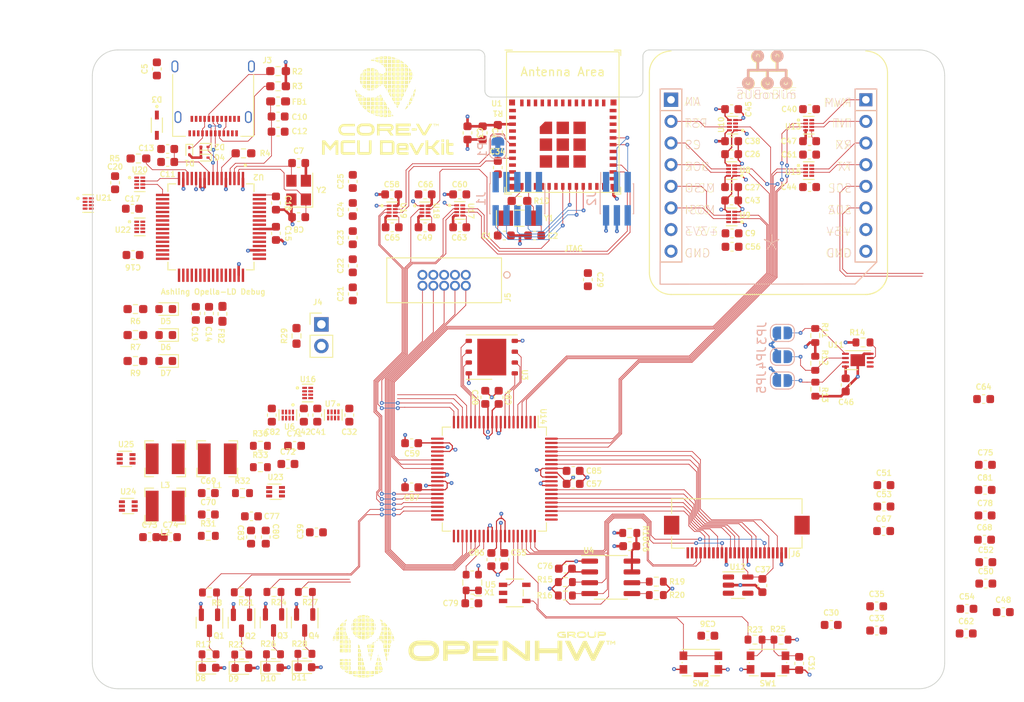
<source format=kicad_pcb>
(kicad_pcb (version 20211014) (generator pcbnew)
  (layers (0 "F.Cu" signal) (1 "In1.Cu" power) (2 "In2.Cu" power) (31 "B.Cu" signal) (34 "B.Paste" user) (35 "F.Paste" user) (36 "B.SilkS" user "B.Silkscreen") (37 "F.SilkS" user "F.Silkscreen") (38 "B.Mask" user) (39 "F.Mask" user) (44 "Edge.Cuts" user))
  (net 0 "")
  (net 1 "Net-(C1-Pad1)")
  (net 2 "GND")
  (net 3 "Net-(C2-Pad1)")
  (net 4 "+3V3")
  (net 5 "+5V")
  (net 6 "osco")
  (net 7 "osci")
  (net 8 "Net-(C6-Pad1)")
  (net 9 "Net-(C10-Pad1)")
  (net 10 "Net-(C11-Pad1)")
  (net 11 "Net-(D5-Pad1)")
  (net 12 "Net-(D5-Pad2)")
  (net 13 "Net-(D6-Pad1)")
  (net 14 "Net-(D6-Pad2)")
  (net 15 "Net-(J1-Pad1)")
  (net 16 "Net-(J1-Pad2)")
  (net 17 "Net-(J1-Pad4)")
  (net 18 "Net-(J1-Pad6)")
  (net 19 "Net-(J1-Pad8)")
  (net 22 "Net-(J2-Pad3)")
  (net 23 "Net-(J2-Pad5)")
  (net 35 "/mikrobus and sensors/click_an")
  (net 36 "Net-(C31-Pad1)")
  (net 37 "Net-(R4-Pad1)")
  (net 38 "Net-(R5-Pad2)")
  (net 40 "/~{EL_RESET}")
  (net 41 "Net-(C72-Pad2)")
  (net 42 "Net-(C73-Pad2)")
  (net 43 "Net-(C74-Pad2)")
  (net 48 "/CLICK_CS")
  (net 49 "/CLICK_SCK")
  (net 55 "/CLICK_MISO")
  (net 56 "/CLICK_MOSI")
  (net 58 "SDA")
  (net 59 "TMS")
  (net 63 "TCK")
  (net 64 "TDO")
  (net 73 "TDI")
  (net 74 "SCL")
  (net 77 "/CLICK_INT")
  (net 87 "Net-(J4-Pad1)")
  (net 88 "TRST")
  (net 95 "Net-(D7-Pad2)")
  (net 96 "Net-(J3-PadA5)")
  (net 97 "Net-(J3-PadB5)")
  (net 98 "Net-(U2-Pad16)")
  (net 99 "Net-(U2-Pad17)")
  (net 100 "Net-(U2-Pad18)")
  (net 101 "Net-(U2-Pad19)")
  (net 102 "+1V8")
  (net 107 "/jtag and uart/d-")
  (net 108 "/jtag and uart/d+")
  (net 109 "Net-(U2-Pad23)")
  (net 111 "Net-(JP3-Pad1)")
  (net 112 "Net-(JP4-Pad1)")
  (net 115 "CAMERA_D1")
  (net 116 "Net-(D7-Pad1)")
  (net 117 "CAMERA_D3")
  (net 118 "Net-(JP5-Pad1)")
  (net 119 "CAMERA_VSYNC")
  (net 120 "/camera/2v8")
  (net 122 "/camera/camera_trig")
  (net 123 "CAMERA_MCLK")
  (net 124 "CAMERA_D2")
  (net 125 "CAMERA_D4")
  (net 126 "CAMERA_D7")
  (net 127 "CAMERA_D0")
  (net 128 "CAMERA_HSYNC")
  (net 129 "CAMERA_PCLK")
  (net 130 "/camera/camera_int")
  (net 131 "CAMERA_D6")
  (net 132 "CAMERA_D5")
  (net 133 "Net-(L1-Pad1)")
  (net 137 "Net-(L2-Pad1)")
  (net 138 "Net-(L3-Pad1)")
  (net 139 "+0V8")
  (net 140 "Net-(Q1-Pad1)")
  (net 141 "Net-(Q1-Pad3)")
  (net 144 "Net-(Q2-Pad1)")
  (net 145 "Net-(Q2-Pad3)")
  (net 146 "Net-(Q3-Pad1)")
  (net 147 "Net-(Q3-Pad3)")
  (net 148 "Net-(Q4-Pad1)")
  (net 149 "Net-(Q4-Pad3)")
  (net 150 "USER_LED_SOC")
  (net 151 "SCL0_SOC")
  (net 152 "SDA0_SOC")
  (net 153 "Net-(D8-Pad1)")
  (net 154 "FPGA_LED0")
  (net 155 "Net-(D9-Pad1)")
  (net 156 "USER_BUTTON")
  (net 157 "FPGA_LED1")
  (net 160 "Net-(D10-Pad1)")
  (net 161 "FPGA_LED2")
  (net 162 "Net-(D11-Pad1)")
  (net 163 "Net-(R30-Pad2)")
  (net 165 "Net-(R32-Pad2)")
  (net 166 "/EL_EVENT")
  (net 167 "/EL_TXD")
  (net 168 "CONSOLE_TX")
  (net 171 "CONSOLE_RX")
  (net 172 "PGM_FLASH_CS")
  (net 173 "PGM_FLASH_DATA1")
  (net 174 "PGM_FLASH_DATA2")
  (net 175 "PGM_FLASH_DATA0")
  (net 176 "PGM_FLASH_CLK")
  (net 177 "PGM_FLASH_DATA3")
  (net 179 "RX1_MUX1_SOC")
  (net 180 "CLICK_RESET_SOC")
  (net 181 "SCLK0_SOC")
  (net 182 "MISO0_SOC")
  (net 183 "CLICK_PWM_SOC")
  (net 184 "/EL_RXD")
  (net 187 "10MHZ_CLOCK_SOC")
  (net 188 "~{RESET_SOC}")
  (net 189 "RX0_SOC")
  (net 190 "TX0_SOC")
  (net 191 "TX1_MUX0_SOC")
  (net 192 "RX1_MUX0_SOC")
  (net 193 "TX1_MUX1_SOC")
  (net 194 "CLICK_IRQ_SOC")
  (net 195 "CS0_SOC")
  (net 196 "MOSI0_SOC")
  (net 202 "Net-(SW2-Pad2)")
  (net 204 "/mikrobus and sensors/temperature_alert")
  (net 211 "/jtag and uart/VBUS")
  (net 212 "unconnected-(U10-Pad3)")
  (net 214 "/CLICK_RST")
  (net 215 "/CLICK_PWM")
  (net 216 "/CLICK_TX")
  (net 217 "/CLICK_RX")
  (net 218 "/EL_WAKE")
  (net 223 "EL_EVENT_SOC")
  (net 224 "EL_WAKE_SOC")
  (net 225 "~{EL_RESET_SOC}")
  (footprint "Resistor_SMD:R_0603_1608Metric" (layer "F.Cu") (at 119.7156 108.9908)
    (fp_text reference "R33")
    (fp_text value "10k")
  )
  (footprint "Resistor_SMD:R_0603_1608Metric_Pad0.98x0.95mm_HandSolder" (layer "F.Cu") (at 105.41 72.7456)
    (fp_text reference "R5")
    (fp_text value "5.1k")
  )
  (footprint "Capacitor_SMD:C_0603_1608Metric" (layer "F.Cu") (at 118.618 117.1956 -90)
    (fp_text reference "C83")
    (fp_text value "22uF")
  )
  (footprint "Capacitor_SMD:C_0603_1608Metric" (layer "F.Cu") (at 175.006 77.6732)
    (fp_text reference "C43")
    (fp_text value "100nF")
  )
  (footprint "Capacitor_SMD:C_0603_1608Metric" (layer "F.Cu") (at 192.024 128.1684)
    (fp_text reference "C33")
    (fp_text value "10uF")
  )
  (footprint "Capacitor_SMD:C_0603_1608Metric" (layer "F.Cu") (at 206.8748 126.0024)
    (fp_text reference "C48")
    (fp_text value "100nF")
  )
  (footprint "Package_TO_SOT_SMD:SOT-563" (layer "F.Cu") (at 121.4956 111.8708)
    (fp_text reference "U23")
    (fp_text value "AP62300Z6")
  )
  (footprint "Resistor_SMD:R_0603_1608Metric" (layer "F.Cu") (at 190.417 94.3412)
    (fp_text reference "R14")
    (fp_text value "47k")
  )
  (footprint "Resistor_SMD:R_0603_1608Metric" (layer "F.Cu") (at 117.47775 123.67535 180)
    (fp_text reference "R21")
    (fp_text value "1k")
  )
  (footprint "Resistor_SMD:R_0603_1608Metric_Pad0.98x0.95mm_HandSolder" (layer "F.Cu") (at 121.793 64.262)
    (fp_text reference "R3")
    (fp_text value "5.1k")
  )
  (footprint "Resistor_SMD:R_0603_1608Metric_Pad0.98x0.95mm_HandSolder" (layer "F.Cu") (at 105.0545 90.424 180)
    (fp_text reference "R6")
    (fp_text value "2.2k")
  )
  (footprint "Capacitor_SMD:C_0603_1608Metric" (layer "F.Cu") (at 121.793 67.818)
    (fp_text reference "C10")
    (fp_text value "4.7uF")
  )
  (footprint "pi4uls3v302:PSON40P160X120X55-8N" (layer "F.Cu") (at 105.5624 80.772)
    (fp_text reference "U22")
    (fp_text value "PI4ULS3V302XVEX")
  )
  (footprint "Inductor_SMD:L_0603_1608Metric_Pad1.05x0.95mm_HandSolder" (layer "F.Cu") (at 115.2652 90.9828 -90)
    (fp_text reference "FB2")
    (fp_text value "Ferrite_Bead_Small")
  )
  (footprint "Button_Switch_SMD:SW_Push_1P1T-SH_NO_CK_KMR2xxG" (layer "F.Cu") (at 171.3992 131.9276 180)
    (fp_text reference "SW2")
    (fp_text value "SW_Push")
  )
  (footprint "pi4uls3v302:PSON40P160X120X55-8N" (layer "F.Cu") (at 175.1076 68.834 180)
    (fp_text reference "U10")
    (fp_text value "PI4ULS3V302XVEX")
  )
  (footprint "ft2232:QFP50P1200X1200X160-64N" (layer "F.Cu") (at 113.919 80.772 -90)
    (fp_text reference "U2")
    (fp_text value "FT2232HL-REEL")
  )
  (footprint "Capacitor_SMD:C_0603_1608Metric" (layer "F.Cu") (at 113.6056 112.0308)
    (fp_text reference "C69")
    (fp_text value "10uF")
  )
  (footprint "Capacitor_SMD:C_0603_1608Metric" (layer "F.Cu") (at 175.0568 81.534)
    (fp_text reference "C9")
    (fp_text value "100nF")
  )
  (footprint "Capacitor_SMD:C_0603_1608Metric" (layer "F.Cu") (at 204.7392 111.6584)
    (fp_text reference "C81")
    (fp_text value "22uF")
  )
  (footprint "Capacitor_SMD:C_0603_1608Metric" (layer "F.Cu") (at 192.8728 113.6072)
    (fp_text reference "C53")
    (fp_text value "100nF")
  )
  (footprint "Capacitor_SMD:C_0603_1608Metric" (layer "F.Cu") (at 112.141 90.932 -90)
    (fp_text reference "C19")
    (fp_text value "100nF")
  )
  (footprint "Resistor_SMD:R_0603_1608Metric" (layer "F.Cu") (at 113.6056 117.0508)
    (fp_text reference "R31")
    (fp_text value "10k")
  )
  (footprint "Resistor_SMD:R_0603_1608Metric_Pad0.98x0.95mm_HandSolder" (layer "F.Cu") (at 121.793 62.484)
    (fp_text reference "R2")
    (fp_text value "5.1k")
  )
  (footprint "logos:mcu_devkit_bold_275_reverse" (layer "F.Cu") (at 134.62 71.247)
    (fp_text reference "G***" hide)
    (fp_text value "LOGO" hide)
  )
  (footprint "pi4uls3v302:PSON40P160X120X55-8N" (layer "F.Cu") (at 184.0484 74.168)
    (fp_text reference "U15")
    (fp_text value "PI4ULS3V302XVEX")
  )
  (footprint "Capacitor_SMD:C_0603_1608Metric" (layer "F.Cu") (at 137.4648 111.3536 180)
    (fp_text reference "C87")
    (fp_text value "100nF")
  )
  (footprint "Connector_USB:USB_C_Receptacle_Amphenol_12401610E4-2A" (layer "F.Cu") (at 114.173 64.77 180)
    (fp_text reference "J3")
    (fp_text value "USB_C_Receptacle")
  )
  (footprint "Capacitor_SMD:C_0603_1608Metric" (layer "F.Cu") (at 143.1036 76.962 180)
    (fp_text reference "C60")
    (fp_text value "100nF")
  )
  (footprint "Package_TO_SOT_SMD:SOT-23" (layer "F.Cu") (at 113.7412 127.254 -90)
    (fp_text reference "Q1")
    (fp_text value "MMBT3904")
  )
  (footprint "Diode_SMD:D_SOD-923" (layer "F.Cu") (at 113.157 72.644 180)
    (fp_text reference "D4")
    (fp_text value "ESD9B5.0ST5G")
  )
  (footprint "Capacitor_SMD:C_0603_1608Metric" (layer "F.Cu") (at 139.0396 76.962 180)
    (fp_text reference "C66")
    (fp_text value "100nF")
  )
  (footprint "Capacitor_SMD:C_0603_1608Metric" (layer "F.Cu") (at 108.839 71.628 180)
    (fp_text reference "C13")
    (fp_text value "100nF")
  )
  (footprint "Capacitor_SMD:C_0603_1608Metric" (layer "F.Cu") (at 130.556 88.646 90)
    (fp_text reference "C21")
    (fp_text value "100nF")
  )
  (footprint "MountingHole:MountingHole_2.7mm_M2.5" (layer "F.Cu") (at 103 132)
    (fp_text reference "H2" hide)
    (fp_text value "MountingHole")
  )
  (footprint "Capacitor_SMD:C_0603_1608Metric" (layer "F.Cu") (at 202.6076 125.6168)
    (fp_text reference "C54")
    (fp_text value "100nF")
  )
  (footprint "Capacitor_SMD:C_0603_1608Metric" (layer "F.Cu") (at 120.3452 117.1956 90)
    (fp_text reference "C80")
    (fp_text value "22uF")
  )
  (footprint "LED_SMD:LED_0603_1608Metric" (layer "F.Cu") (at 113.6904 132.5372)
    (fp_text reference "D8")
    (fp_text value "LED")
  )
  (footprint "Capacitor_SMD:C_0603_1608Metric" (layer "F.Cu") (at 118.6688 114.7572)
    (fp_text reference "C77")
    (fp_text value "22uF")
  )
  (footprint "Capacitor_SMD:C_0603_1608Metric" (layer "F.Cu") (at 143.1036 80.8228 180)
    (fp_text reference "C63")
    (fp_text value "100nF")
  )
  (footprint "LED_SMD:LED_0603_1608Metric" (layer "F.Cu") (at 108.6105 96.52 180)
    (fp_text reference "D7")
    (fp_text value "LED_Small")
  )
  (footprint "pi4uls3v302:PSON40P160X120X55-8N" (layer "F.Cu") (at 125.2613 100.2792)
    (fp_text reference "U16")
    (fp_text value "PI4ULS3V302XVEX")
  )
  (footprint "Capacitor_SMD:C_0603_1608Metric" (layer "F.Cu") (at 124.206 79.629 180)
    (fp_text reference "C8")
    (fp_text value "12.5pF")
  )
  (footprint "Resistor_SMD:R_0603_1608Metric" (layer "F.Cu") (at 124.99115 123.63945 180)
    (fp_text reference "R27")
    (fp_text value "1k")
  )
  (footprint "Capacitor_SMD:C_0603_1608Metric" (layer "F.Cu") (at 146.812 119.8372 -90)
    (fp_text reference "C86")
    (fp_text value "100nF")
  )
  (footprint "Connector_PinHeader_2.54mm:PinHeader_1x02_P2.54mm_Vertical" (layer "F.Cu") (at 126.873 92.22105)
    (fp_text reference "J4")
    (fp_text value "Conn_01x02_Male")
  )
  (footprint "Capacitor_SMD:C_0603_1608Metric" (layer "F.Cu") (at 107.569 62.23 90)
    (fp_text reference "C5")
    (fp_text value "10uF")
  )
  (footprint "Resistor_SMD:R_0603_1608Metric_Pad0.98x0.95mm_HandSolder" (layer "F.Cu") (at 105.0545 93.472 180)
    (fp_text reference "R7")
    (fp_text value "2.2k")
  )
  (footprint "Diode_SMD:D_SOD-923" (layer "F.Cu") (at 113.157 71.374 180)
    (fp_text reference "D2")
    (fp_text value "ESD9B5.0ST5G")
  )
  (footprint "Capacitor_SMD:C_0603_1608Metric" (layer "F.Cu") (at 109.1656 117.2008)
    (fp_text reference "C74")
    (fp_text value "100nF")
  )
  (footprint "Capacitor_SMD:C_0603_1608Metric" (layer "F.Cu") (at 156.4132 109.4232)
    (fp_text reference "C85")
    (fp_text value "100nF")
  )
  (footprint "Capacitor_SMD:C_0603_1608Metric" (layer "F.Cu") (at 122.9456 108.6108)
    (fp_text reference "C72")
    (fp_text value "100nF")
  )
  (footprint "Resistor_SMD:R_0603_1608Metric" (layer "F.Cu") (at 117.6156 112.0308)
    (fp_text reference "R32")
    (fp_text value "13k")
  )
  (footprint "Capacitor_SMD:C_0603_1608Metric" (layer "F.Cu") (at 175.006 76.0984)
    (fp_text reference "C27")
    (fp_text value "100nF")
  )
  (footprint "Capacitor_SMD:C_0603_1608Metric" (layer "F.Cu") (at 144.018 69.74 -90)
    (fp_text reference "C3")
    (fp_text value "10uF")
  )
  (footprint "MountingHole:MountingHole_2.7mm_M2.5" (layer "F.Cu") (at 197 132)
    (fp_text reference "H3" hide)
    (fp_text value "MountingHole" hide)
  )
  (footprint "pi4uls3v302:PSON40P160X120X55-8N" (layer "F.Cu") (at 128.27 102.857 -90)
    (fp_text reference "U7")
    (fp_text value "PI4ULS3V302XVEX")
  )
  (footprint "Capacitor_SMD:C_0603_1608Metric" (layer "F.Cu") (at 147.6756 100.7872 90)
    (fp_text reference "C84")
    (fp_text value "100nF")
  )
  (footprint "Capacitor_SMD:C_0603_1608Metric" (layer "F.Cu") (at 204.5716 100.9904)
    (fp_text reference "C64")
    (fp_text value "100nF")
  )
  (footprint "Capacitor_SMD:C_0603_1608Metric" (layer "F.Cu") (at 144.526 124.968)
    (fp_text reference "C79")
    (fp_text value "22uF")
  )
  (footprint "LED_SMD:LED_0603_1608Metric" (layer "F.Cu") (at 121.2546 132.52945)
    (fp_text reference "D10")
    (fp_text value "LED")
  )
  (footprint "Capacitor_SMD:C_0603_1608Metric" (layer "F.Cu") (at 102.6668 75.5904 -90)
    (fp_text reference "C20")
    (fp_text value "100nF")
  )
  (footprint "Diode_SMD:SOD2513X120N" (layer "F.Cu") (at 107.569 68.834 -90)
    (fp_text reference "D3")
    (fp_text value "BAT760-7")
  )
  (footprint "Capacitor_SMD:C_0603_1608Metric" (layer "F.Cu") (at 202.5248 128.5124)
    (fp_text reference "C62")
    (fp_text value "100nF")
  )
  (footprint "Package_TO_SOT_SMD:SOT-563" (layer "F.Cu") (at 103.9632 108.0116)
    (fp_text reference "U25")
    (fp_text value "AP62300Z6")
  )
  (footprint "Capacitor_SMD:C_0603_1608Metric" (layer "F.Cu") (at 192.8368 116.4844)
    (fp_text reference "C67")
    (fp_text value "100nF")
  )
  (footprint "Resistor_SMD:R_0603_1608Metric" (layer "F.Cu") (at 184.8168 96.7918 90)
    (fp_text reference "R12")
    (fp_text value "47k")
  )
  (footprint "Capacitor_SMD:C_0603_1608Metric" (layer "F.Cu") (at 184.15 70.7136 180)
    (fp_text reference "C47")
    (fp_text value "100nF")
  )
  (footprint "footprints:3220-10-0100-00" (layer "F.Cu") (at 143.8148 86.4108 180)
    (fp_text reference "J5")
    (fp_text value "3220-10-0100-00" hide)
  )
  (footprint "Button_Switch_SMD:SW_Push_1P1T-SH_NO_CK_KMR2xxG" (layer "F.Cu") (at 179.2732 131.9276 180)
    (fp_text reference "SW1")
    (fp_text value "SW_Push")
  )
  (footprint "Resistor_SMD:R_0603_1608Metric" (layer "F.Cu") (at 155.4988 122.4788 180)
    (fp_text reference "R15")
    (fp_text value "4.7k")
  )
  (footprint "Capacitor_SMD:C_0603_1608Metric" (layer "F.Cu") (at 130.556 78.74 90)
    (fp_text reference "C24")
    (fp_text value "100nF")
  )
  (footprint "Capacitor_SMD:C_0603_1608Metric" (layer "F.Cu") (at 155.4988 120.904 180)
    (fp_text reference "C76")
    (fp_text value "22uF")
  )
  (footprint "Capacitor_SMD:C_0603_1608Metric" (layer "F.Cu") (at 130.556 82.042 90)
    (fp_text reference "C23")
    (fp_text value "100nF")
  )
  (footprint "pi4uls3v302:PSON40P160X120X55-8N" (layer "F.Cu") (at 143.1042 78.8448)
    (fp_text reference "U17")
    (fp_text value "PI4ULS3V302XVEX")
  )
  (footprint "Capacitor_SMD:C_0603_1608Metric" (layer "F.Cu") (at 104.775 84.074 180)
    (fp_text reference "C16")
    (fp_text value "100nF")
  )
  (footprint "Capacitor_SMD:C_0603_1608Metric" (layer "F.Cu") (at 124.8156 102.87 90)
    (fp_text reference "C42")
    (fp_text value "100nF")
  )
  (footprint "Capacitor_SMD:C_0603_1608Metric" (layer "F.Cu") (at 139.0396 80.8228 180)
    (fp_text reference "C49")
    (fp_text value "100nF")
  )
  (footprint "pi4uls3v302:PSON40P160X120X55-8N" (layer "F.Cu") (at 99.5057 78.0288)
    (fp_text reference "U21")
    (fp_text value "PI4ULS3V302XVEX")
  )
  (footprint "Capacitor_SMD:C_0603_1608Metric" (layer "F.Cu") (at 175.0568 83.1088)
    (fp_text reference "C56")
    (fp_text value "100nF")
  )
  (footprint "logos:core-v" (layer "F.Cu") (at 134.747 65.405)
    (fp_text reference "G***" hide)
    (fp_text value "LOGO" hide)
  )
  (footprint "Capacitor_SMD:C_0603_1608Metric" (layer "F.Cu") (at 121.539 77.978 -90)
    (fp_text reference "C18")
    (fp_text value "100nF")
  )
  (footprint "Resistor_SMD:R_0603_1608Metric" (layer "F.Cu") (at 177.7492 129.2352 180)
    (fp_text reference "R23")
    (fp_text value "100")
  )
  (footprint "Capacitor_SMD:C_0603_1608Metric" (layer "F.Cu") (at 130.1496 102.87 90)
    (fp_text reference "C32")
    (fp_text value "100n")
  )
  (footprint "MountingHole:MountingHole_2.7mm_M2.5" (layer "F.Cu") (at 103 63)
    (fp_text reference "H1" hide)
    (fp_text value "MountingHole" hide)
  )
  (footprint "Package_DFN_QFN:DFN-8-1EP_3x2mm_P0.5mm_EP1.7x1.4mm" (layer "F.Cu") (at 189.8074 96.424 180)
    (fp_text reference "U11")
    (fp_text value "MCP9808")
  )
  (footprint "Resistor_SMD:R_0603_1608Metric" (layer "F.Cu") (at 166.1668 122.428)
    (fp_text reference "R19")
    (fp_text value "4.7k")
  )
  (footprint "Capacitor_SMD:C_0603_1608Metric" (layer "F.Cu") (at 172.212 128.778)
    (fp_text reference "C36")
    (fp_text value "1uF")
  )
  (footprint "Capacitor_SMD:C_0603_1608Metric" (layer "F.Cu") (at 113.6056 114.5408)
    (fp_text reference "C70")
    (fp_text value "10uF")
  )
  (footprint "Capacitor_SMD:C_0603_1608Metric" (layer "F.Cu") (at 184.15 76.0984 180)
    (fp_text reference "C44")
    (fp_text value "100nF")
  )
  (footprint "Resistor_SMD:R_0603_1608Metric" (layer "F.Cu") (at 119.7156 106.4808)
    (fp_text reference "R30")
    (fp_text value "31k")
  )
  (footprint "Connector_FFC-FPC:Hirose_FH12-24S-0.5SH_1x24-1MP_P0.50mm_Horizontal" (layer "F.Cu") (at 175.6156 117.1956 180)
    (fp_text reference "J6")
    (fp_text value "Conn_01x24")
  )
  (footprint "Resistor_SMD:R_0603_1608Metric" (layer "F.Cu") (at 184.8168 93.5284 -90)
    (fp_text reference "R11")
    (fp_text value "47k")
  )
  (footprint "Capacitor_SMD:C_0603_1608Metric" (layer "F.Cu") (at 148.336 119.8372 -90)
    (fp_text reference "C55")
    (fp_text value "100nF")
  )
  (footprint "Capacitor_SMD:C_0603_1608Metric" (layer "F.Cu") (at 137.4648 106.172 180)
    (fp_text reference "C59")
    (fp_text value "100nF")
  )
  (footprint "Resistor_SMD:R_0603_1608Metric_Pad0.98x0.95mm_HandSolder" (layer "F.Cu") (at 105.0545 96.52 180)
    (fp_text reference "R9")
    (fp_text value "2.2k")
  )
  (footprint "Capacitor_SMD:C_0603_1608Metric" (layer "F.Cu") (at 175.006 72.2376)
    (fp_text reference "C26")
    (fp_text value "100nF")
  )
  (footprint "Capacitor_SMD:C_0603_1608Metric" (layer "F.Cu") (at 135.1788 80.8228 180)
    (fp_text reference "C65")
    (fp_text value "100nF")
  )
  (footprint "Capacitor_SMD:C_0603_1608Metric" (layer "F.Cu") (at 156.4132 110.9472)
    (fp_text reference "C57")
    (fp_text value "100nF")
  )
  (footprint "Diode_SMD:D_SOD-923" (layer "F.Cu") (at 111.379 71.882 -90)
    (fp_text reference "D1")
    (fp_text value "ESD9B5.0ST5G")
  )
  (footprint "Capacitor_SMD:C_0603_1608Metric" (layer "F.Cu") (at 184.15 66.9544 180)
    (fp_text reference "C40")
    (fp_text value "100nF")
  )
  (footprint "Resistor_SMD:R_0603_1608Metric" (layer "F.Cu") (at 113.7412 123.698 180)
    (fp_text reference "R8")
    (fp_text value "1k")
  )
  (footprint "Capacitor_SMD:C_0603_1608Metric" (layer "F.Cu") (at 121.793 69.596)
    (fp_text reference "C12")
    (fp_text value "100nF")
  )
  (footprint "Capacitor_SMD:C_0603_1608Metric" (layer "F.Cu") (at 130.556 75.438 90)
    (fp_text reference "C25")
    (fp_text value "100nF")
  )
  (footprint "Capacitor_SMD:C_0603_1608Metric" (layer "F.Cu") (at 204.7748 108.712)
    (fp_text reference "C75")
    (fp_text value "22uF")
  )
  (footprint "Crystal:Crystal_SMD_Abracon_ABM8G-4Pin_3.2x2.5mm" (layer "F.Cu") (at 124.206 76.454 90)
    (fp_text reference "Y2")
    (fp_text value "12MHz")
  )
  (footprint "Resistor_SMD:R_0603_1608Metric" (layer "F.Cu") (at 180.7972 129.2352)
    (fp_text reference "R25")
    (fp_text value "4.7k")
  )
  (footprint "Capacitor_SMD:C_0603_1608Metric" (layer "F.Cu") (at 184.15 72.2884 180)
    (fp_text reference "C61")
    (fp_text value "100nF")
  )
  (footprint "Capacitor_SMD:C_0603_1608Metric" (layer "F.Cu") (at 123.7256 106.4808)
    (fp_text reference "C71")
    (fp_text value "10uF")
  )
  (footprint "Inductor_SMD:L_Bourns-SRN4018" (layer "F.Cu") (at 108.5456 113.5508)
    (fp_text reference "L2")
    (fp_text value "3.3uH")
  )
  (footprint "Resistor_SMD:R_0603_1608Metric" (layer "F.Cu") (at 124.94035 130.90385 180)
    (fp_text reference "R28")
    (fp_text value "220")
  )
  (footprint "LED_SMD:LED_0603_1608Metric" (layer "F.Cu") (at 124.94035 132.47865)
    (fp_text reference "D11")
    (fp_text value "LED")
  )
  (footprint "pi4uls3v302:PSON40P160X120X55-8N" (layer "F.Cu") (at 122.936 102.87 -90)
    (fp_text reference "U6")
    (fp_text value "PI4ULS3V302XVEX")
  )
  (footprint "Resistor_SMD:R_0603_1608Metric" (layer "F.Cu") (at 155.4988 124.0536 180)
    (fp_text reference "R16")
    (fp_text value "4.7k")
  )
  (footprint "Resistor_SMD:R_0603_1608Metric" (layer "F.Cu") (at 184.829 99.8276 -90)
    (fp_text reference "R13")
    (fp_text value "47k")
  )
  (footprint "Crystal:Crystal_SMD_MicroCrystal_CC7V-T1A-2Pin_3.2x1.5mm_HandSoldering" (layer "F.Cu") (at 150.114 79.756)
    (fp_text reference "Y1")
    (fp_text value "32.768kHz")
  )
  (footprint "Package_QFP:LQFP-80_12x12mm_P0.5mm" (layer "F.Cu") (at 147.1676 110.3884 -90)
    (fp_text reference "U14")
    (fp_text value "CORE-V-MCU")
  )
  (footprint "Capacitor_SMD:C_0603_1608Metric" (layer "F.Cu") (at 121.539 81.534 -90)
    (fp_text reference "C15")
    (fp_text value "100nF")
  )
  (footprint "Capacitor_SMD:C_0603_1608Metric" (layer "F.Cu") (at 146.1008 100.7872 90)
    (fp_text reference "C28")
    (fp_text value "100nF")
  )
  (footprint "Capacitor_SMD:C_0603_1608Metric" (layer "F.Cu") (at 188.385 99.3326 -90)
    (fp_text reference "C46")
    (fp_text value "100nF")
  )
  (footprint "Capacitor_SMD:C_0603_1608Metric" (layer "F.Cu") (at 121.0564 102.87 90)
    (fp_text reference "C82")
    (fp_text value "22uF")
  )
  (footprint "Capacitor_SMD:C_0603_1608Metric" (layer "F.Cu") (at 175.006 66.9544)
    (fp_text reference "C45")
    (fp_text value "100nF")
  )
  (footprint "Capacitor_SMD:C_0603_1608Metric" (layer "F.Cu") (at 130.556 85.344 90)
    (fp_text reference "C22")
    (fp_text value "100nF")
  )
  (footprint "Capacitor_SMD:C_0603_1608Metric" (layer "F.Cu") (at 186.69 127.508)
    (fp_text reference "C30")
    (fp_text value "100nF")
  )
  (footprint "Capacitor_SMD:C_0603_1608Metric" (layer "F.Cu") (at 158.1404 86.9696 -90)
    (fp_text reference "C29")
    (fp_text value "100nF")
  )
  (footprint "pi4uls3v302:PSON40P160X120X55-8N" (layer "F.Cu") (at 175.006 74.168 180)
    (fp_text reference "U8")
    (fp_text value "PI4ULS3V302XVEX")
  )
  (footprint "Capacitor_SMD:C_0603_1608Metric" (layer "F.Cu") (at 178.6128 122.8852 -90)
    (fp_text reference "C37")
    (fp_text value "1uF")
  )
  (footprint "MAX6842:MAX6842DUKD0&plus_T" (layer "F.Cu") (at 149.5552 123.7488)
    (fp_text reference "U5")
    (fp_text value "MAX6842DUKD0+T" hide)
  )
  (footprint "Capacitor_SMD:C_0603_1608Metric" (layer "F.Cu") (at 135.128 76.962 180)
    (fp_text reference "C58")
    (fp_text value "100nF")
  )
  (footprint "Package_TO_SOT_SMD:SOT-563" (layer "F.Cu") (at 104.2172 113.5488)
    (fp_text reference "U24")
    (fp_text value "AP62300Z6")
  )
  (footprint "pi4uls3v302:PSON40P160X120X55-8N" (layer "F.Cu") (at 135.1788 78.8924)
    (fp_text reference "U19")
    (fp_text value "PI4ULS3V302XVEX")
  )
  (footprint "Resistor_SMD:R_0603_1608Metric" (layer "F.Cu") (at 121.2546 130.95465 180)
    (fp_text reference "R26")
    (fp_text value "220")
  )
  (footprint "LED_SMD:LED_0603_1608Metric" (layer "F.Cu") (at 108.6105 93.472 180)
    (fp_text reference "D6")
    (fp_text value "LED_Small")
  )
  (footprint "Package_TO_SOT_SMD:SOT-23-5" (layer "F.Cu") (at 175.768 122.8344)
    (fp_text reference "U12")
    (fp_text value "AP2127K-2.8")
  )
  (footprint "Capacitor_SMD:C_0603_1608Metric" (layer "F.Cu") (at 192.8728 111.0972)
    (fp_text reference "C51")
    (fp_text value "100nF")
  )
  (footprint "pi4uls3v302:PSON40P160X120X55-8N" (layer "F.Cu") (at 139.0281 78.8924)
    (fp_text reference "U18")
    (fp_text value "PI4ULS3V302XVEX")
  )
  (footprint "LED_SMD:LED_0603_1608Metric" (layer "F.Cu") (at 117.54075 132.56535)
    (fp_text reference "D9")
    (fp_text value "LED")
  )
  (footprint "Capacitor_SMD:C_0603_1608Metric" (layer "F.Cu") (at 148.336 81.788)
    (fp_text reference "C1")
    (fp_text value "12.5pF")
  )
  (footprint "pi4uls3v302:PSON40P160X120X55-8N" (layer "F.Cu") (at 175.006 79.6036 180)
    (fp_text reference "U9")
    (fp_text value "PI4ULS3V302XVEX")
  )
  (footprint "logos:openhw_group_small" (layer "F.Cu") (at 144.78 129.9972)
    (fp_text reference "G***" hide)
    (fp_text value "LOGO" hide)
  )
  (footprint "pi4uls3v302:PSON40P160X120X55-8N" (layer "F.Cu") (at 105.5624 75.5904)
    (fp_text reference "U20")
    (fp_text value "PI4ULS3V302XVEX")
  )
  (footprint "Capacitor_SMD:C_0603_1608Metric" (layer "F.Cu") (at 106.7156 117.2008)
    (fp_text reference "C73")
    (fp_text value "100nF")
  )
  (footprint "Package_TO_SOT_SMD:SOT-23" (layer "F.Cu") (at 117.5004 127.254 -90)
    (fp_text reference "Q2")
    (fp_text value "MMBT3904")
  )
  (footprint "Capacitor_SMD:C_0603_1608Metric" (layer "F.Cu") (at 204.8256 120.142)
    (fp_text reference "C52")
    (fp_text value "100nF")
  )
  (footprint "Package_TO_SOT_SMD:SOT-23" (layer "F.Cu") (at 124.9122 127.2181 -90)
    (fp_text reference "Q4")
    (fp_text value "MMBT3904")
  )
  (footprint "Capacitor_SMD:C_0603_1608Metric" (layer "F.Cu") (at 182.9308 132.0292 -90)
    (fp_text reference "C31")
    (fp_text value "100nF")
  )
  (footprint "Capacitor_SMD:C_0603_1608Metric" (layer "F.Cu") (at 145.796 69.74 -90)
    (fp_text reference "C4")
    (fp_text value "100nF")
  )
  (footprint "LED_SMD:LED_0603_1608Metric" (layer "F.Cu") (at 108.6105 90.424 180)
    (fp_text reference "D5")
    (fp_text value "LED_Small")
  )
  (footprint "pi4uls3v302:PSON40P160X120X55-8N" (layer "F.Cu") (at 184.0484 68.834)
    (fp_text reference "U13")
    (fp_text value "PI4ULS3V302XVEX")
  )
  (footprint "Package_TO_SOT_SMD:SOT-23" (layer "F.Cu") (at 121.2596 127.2181 -90)
    (fp_text reference "Q3")
    (fp_text value "MMBT3904")
  )
  (footprint "Capacitor_SMD:C_0603_1608Metric" (layer "F.Cu") (at 175.006 70.7136)
    (fp_text reference "C38")
    (fp_text value "100nF")
  )
  (footprint "Inductor_SMD:L_0603_1608Metric_Pad1.05x0.95mm_HandSolder" (layer "F.Cu") (at 121.793 66.04 180)
    (fp_text reference "FB1")
    (fp_text value "Ferrite_Bead_Small")
  )
  (footprint "Resistor_SMD:R_0603_1608Metric" (layer "F.Cu") (at 121.3054 123.63945 180)
    (fp_text reference "R24")
    (fp_text value "1k")
  )
  (footprint "Resistor_SMD:R_0603_1608Metric_Pad0.98x0.95mm_HandSolder" (layer "F.Cu") (at 123.952 93.5736 90)
    (fp_text reference "R29")
    (fp_text value "10k")
  )
  (footprint "Resistor_SMD:R_0603_1608Metric_Pad0.98x0.95mm_HandSolder" (layer "F.Cu") (at 150.114 77.724)
    (fp_text reference "R10")
    (fp_text value "1M")
  )
  (footprint "Capacitor_SMD:C_0603_1608Metric" (layer "F.Cu") (at 108.839 73.152 180)
    (fp_text reference "C11")
    (fp_text value "4.7uF")
  )
  (footprint "Capacitor_SMD:C_0603_1608Metric" (layer "F.Cu") (at 204.6732 117.5004)
    (fp_text reference "C68")
    (fp_text value "100nF")
  )
  (footprint "Inductor_SMD:L_Bourns-SRN4018" (layer "F.Cu") (at 108.5456 108.0008)
    (fp_text reference "L3")
    (fp_text value "3.3uH")
  )
  (footprint "Resistor_SMD:R_0603_1608Metric_Pad0.98x0.95mm_HandSolder" (layer "F.Cu") (at 117.729 72.136)
    (fp_text reference "R4")
    (fp_text value "5.1k")
  )
  (footprint "Espressif:ESP32-C3-MINI-1" (layer "F.Cu") (at 155.194 71.12)
    (fp_text reference "U1")
    (fp_text value "ESP32-C3-MINI-1")
  )
  (footprint "Capacitor_SMD:C_0603_1608Metric" (layer "F.Cu") (at 126.2888 116.6368 180)
    (fp_text reference "C39")
    (fp_text value "100nF")
  )
  (footprint "Resistor_SMD:R_0603_1608Metric" (layer "F.Cu") (at 166.1668 124.0028)
    (fp_text reference "R20")
    (fp_text value "4.7k")
  )
  (footprint "Resistor_SMD:R_0603_1608Metric" (layer "F.Cu") (at 117.52855 130.99055 180)
    (fp_text reference "R22")
    (fp_text value "220")
  )
  (footprint "Resistor_SMD:R_0603_1608Metric_Pad0.98x0.95mm_HandSolder" (layer "F.Cu") (at 147.574 69.74 -90)
    (fp_text reference "R1")
    (fp_text value "10k")
  )
  (footprint "Resistor_SMD:R_0603_1608Metric" (layer "F.Cu") (at 113.6904 130.9624 180)
    (fp_text reference "R17")
    (fp_text value "220")
  )
  (footprint "Oscillator:Oscillator_SMD_ECS_2520MV-xxx-xx-4Pin_2.5x2.0mm" (layer "F.Cu") (at 144.5768 122.5296 180)
    (fp_text reference "X1")
    (fp_text value "ECS-2520MVLC-100-CN")
  )
  (footprint "Capacitor_SMD:C_0603_1608Metric" (layer "F.Cu") (at 192.024 125.3236)
    (fp_text reference "C35")
    (fp_text value "100n")
  )
  (footprint "MountingHole:MountingHole_2.7mm_M2.5" (layer "F.Cu") (at 197 63)
    (fp_text reference "H4" hide)
    (fp_text value "MountingHole")
  )
  (footprint "Capacitor_SMD:C_0603_1608Metric" (layer "F.Cu") (at 124.206 73.279)
    (fp_text reference "C7")
    (fp_text value "12.5pF")
  )
  (footprint "Capacitor_SMD:C_0603_1608Metric" (layer "F.Cu") (at 147.574 73.8124 -90)
    (fp_text reference "C34")
    (fp_text value "10uF")
  )
  (footprint "Capacitor_SMD:C_0603_1608Metric" (layer "F.Cu") (at 204.737 114.6556)
    (fp_text reference "C78")
    (fp_text value "22uF")
  )
  (footprint "Capacitor_SMD:C_0603_1608Metric" (layer "F.Cu") (at 163.055 118.2624 180)
    (fp_text reference "C6")
    (fp_text value "100nF")
  )
  (footprint "Resistor_SMD:R_0603_1608Metric" (layer "F.Cu") (at 163.0538 116.713 180)
    (fp_text reference "R18")
    (fp_text value "200k")
  )
  (footprint "Capacitor_SMD:C_0603_1608Metric" (layer "F.Cu") (at 151.892 81.788 180)
    (fp_text reference "C2")
    (fp_text value "12.5pF")
  )
  (footprint "Inductor_SMD:L_Bourns-SRN4018" (layer "F.Cu") (at 114.6556 108.0008)
    (fp_text reference "L1")
    (fp_text value "3.3uH")
  )
  (footprint "Package_SON:WSON-8-1EP_6x5mm_P1.27mm_EP3.4x4.3mm" (layer "F.Cu") (at 146.8628 96.0628 180)
    (fp_text reference "U3")
    (fp_text value "W25Q32JWZP")
  )
  (footprint "Capacitor_SMD:C_0603_1608Metric" (layer "F.Cu") (at 126.3904 102.87 90)
    (fp_text reference "C41")
    (fp_text value "100nF")
  )
  (footprint "Capacitor_SMD:C_0603_1608Metric" (layer "F.Cu") (at 104.6988 78.6384 180)
    (fp_text reference "C17")
    (fp_text value "100nF")
  )
  (footprint "mikroBUS:MIKROBUS_HOST_CONN" (layer "F.Cu") (at 167.894 65.8495)
    (fp_text reference "CON1" hide)
    (fp_text value "MIKROBUS_HOST_CONN" hide)
  )
  (footprint "Capacitor_SMD:C_0603_1608Metric" (layer "F.Cu") (at 113.6904 90.932 -90)
    (fp_text reference "C14")
    (fp_text value "100nF")
  )
  (footprint "Package_SO:SOIC-8_3.9x4.9mm_P1.27mm" (layer "F.Cu") (at 160.8328 121.92)
    (fp_text reference "U4")
    (fp_text value "PI6ULS5V9306WEX" hide)
  )
  (footprint "Capacitor_SMD:C_0603_1608Metric" (layer "F.Cu") (at 204.8256 122.652)
    (fp_text reference "C50")
    (fp_text value "100nF")
  )
  (footprint "Connector_PinHeader_1.27mm:PinHeader_2x05_P1.27mm_Vertical_SMD" (layer "B.Cu") (at 149.86 77.47 -90)
    (fp_text reference "J1")
    (fp_text value "Conn_02x05_Odd_Even")
  )
  (footprint "Jumper:SolderJumper-2_P1.3mm_Bridged_RoundedPad1.0x1.5mm" (layer "B.Cu") (at 147.574 71.374 -90)
    (fp_text reference "JP1")
    (fp_text value "SolderJumper_2_Bridged")
  )
  (footprint "Jumper:SolderJumper-2_P1.3mm_Open_RoundedPad1.0x1.5mm" (layer "B.Cu") (at 180.956 96.0176 180)
    (fp_text reference "JP4")
    (fp_text value "SolderJumper_2_Open")
  )
  (footprint "Connector_PinHeader_1.27mm:PinHeader_2x03_P1.27mm_Vertical_SMD" (layer "B.Cu") (at 161.544 77.47 -90)
    (fp_text reference "J2")
    (fp_text value "Conn_02x03_Odd_Even")
  )
  (footprint "Jumper:SolderJumper-2_P1.3mm_Open_RoundedPad1.0x1.5mm" (layer "B.Cu") (at 180.956 93.2236 180)
    (fp_text reference "JP3")
    (fp_text value "SolderJumper_2_Open")
  )
  (footprint "Jumper:SolderJumper-2_P1.3mm_Open_RoundedPad1.0x1.5mm" (layer "B.Cu") (at 180.956 98.8116 180)
    (fp_text reference "JP5")
    (fp_text value "SolderJumper_2_Open")
  )
  (gr_line (start 146.052101 64.772) (end 146.047135 60.761331) (layer "Edge.Cuts") (width 0.1))
  (gr_arc (start 145.285135 59.999331) (mid 145.82395 60.222516) (end 146.047135 60.761331) (layer "Edge.Cuts") (width 0.1))
  (gr_arc (start 197 60) (mid 199.12132 60.87868) (end 200 63) (layer "Edge.Cuts") (width 0.1))
  (gr_arc (start 164.592 60.762007) (mid 164.815185 60.223192) (end 165.354 60.000007) (layer "Edge.Cuts") (width 0.1))
  (gr_line (start 100 63) (end 100 132) (layer "Edge.Cuts") (width 0.1))
  (gr_line (start 146.814101 65.534) (end 163.83 65.532) (layer "Edge.Cuts") (width 0.1))
  (gr_arc (start 100 63) (mid 100.87868 60.87868) (end 103 60) (layer "Edge.Cuts") (width 0.1))
  (gr_line (start 103 135) (end 197 135) (layer "Edge.Cuts") (width 0.1))
  (gr_line (start 200 132) (end 200 63) (layer "Edge.Cuts") (width 0.1))
  (gr_line (start 145.285135 59.999331) (end 103 60) (layer "Edge.Cuts") (width 0.1))
  (gr_arc (start 164.592 64.77) (mid 164.368815 65.308815) (end 163.83 65.532) (layer "Edge.Cuts") (width 0.1))
  (gr_line (start 165.357099 60.000007) (end 197.000012 60.000007) (layer "Edge.Cuts") (width 0.1))
  (gr_arc (start 146.814101 65.534) (mid 146.275286 65.310815) (end 146.052101 64.772) (layer "Edge.Cuts") (width 0.1))
  (gr_arc (start 200 132) (mid 199.12132 134.12132) (end 197 135) (layer "Edge.Cuts") (width 0.1))
  (gr_arc (start 103 135) (mid 100.87868 134.12132) (end 100 132) (layer "Edge.Cuts") (width 0.1))
  (gr_line (start 164.592 64.77) (end 164.592 60.760964) (layer "Edge.Cuts") (width 0.1))
  (gr_text "JTAG" (at 156.464 83.312) (layer "F.SilkS") (effects (font (size 0.635 0.635) (thickness 0.127))))
  (gr_text "Ashling Opella-LD Debug" (at 114.173 88.392) (layer "F.SilkS") (effects (font (size 0.635 0.635) (thickness 0.127))))
  (segment (start 150.394 76.5315) (end 149.2015 77.724) (width 0.0762) (layer "F.Cu") (net 1))
  (segment (start 150.394 76.02) (end 150.394 76.5315) (width 0.0762) (layer "F.Cu") (net 1))
  (segment (start 147.561 80.684) (end 148.489 79.756) (width 0.0762) (layer "F.Cu") (net 1))
  (segment (start 147.561 81.788) (end 147.561 80.684) (width 0.0762) (layer "F.Cu") (net 1))
  (segment (start 148.489 78.4365) (end 149.2015 77.724) (width 0.0762) (layer "F.Cu") (net 1))
  (segment (start 148.489 79.756) (end 148.489 78.4365) (width 0.0762) (layer "F.Cu") (net 1))
  (segment (start 122.555 78.753) (end 123.431 79.629) (width 0.3048) (layer "F.Cu") (net 2))
  (segment (start 147.6756 105.0036) (end 147.4176 104.7456) (width 0.1524) (layer "F.Cu") (net 2))
  (segment (start 113.169 75.092) (end 113.169 76.1118) (width 0.3048) (layer "F.Cu") (net 2))
  (segment (start 113.169 76.1118) (end 112.9284 76.3524) (width 0.3048) (layer "F.Cu") (net 2))
  (segment (start 145.3018 120.5622) (end 145.288 120.5484) (width 0.1524) (layer "F.Cu") (net 2))
  (segment (start 112.669 75.092) (end 112.669 76.093) (width 0.3048) (layer "F.Cu") (net 2))
  (segment (start 117.169 85.1674) (end 117.1956 85.1408) (width 0.3048) (layer "F.Cu") (net 2))
  (segment (start 161.144 77.07) (end 161.544 77.47) (width 0.3048) (layer "F.Cu") (net 2))
  (segment (start 147.9176 104.7616) (end 147.9176 103.7009) (width 0.1524) (layer "F.Cu") (net 2))
  (segment (start 147.6756 105.0036) (end 147.9176 104.7616) (width 0.1524) (layer "F.Cu") (net 2))
  (segment (start 141.3724 110.1384) (end 141.6304 109.8804) (width 0.1524) (layer "F.Cu") (net 2))
  (segment (start 146.8628 100.7742) (end 146.1008 100.0122) (width 0.1524) (layer "F.Cu") (net 2))
  (segment (start 152.8452 111.1384) (end 152.6032 110.8964) (width 0.1524) (layer "F.Cu") (net 2))
  (segment (start 138.3888 79.4924) (end 138.6731 79.4924) (width 0.3048) (layer "F.Cu") (net 2))
  (segment (start 122.187 82.309) (end 122.5804 82.7024) (width 0.3048) (layer "F.Cu") (net 2))
  (segment (start 189.8074 96.424) (end 190.5574 95.674) (width 0.3048) (layer "F.Cu") (net 2))
  (segment (start 173.4492 132.7276) (end 174.536 132.7276) (width 0.1524) (layer "F.Cu") (net 2))
  (segment (start 175.9616 79.0036) (end 176.276 78.6892) (width 0.1524) (layer "F.Cu") (net 2))
  (segment (start 175.4626 68.234) (end 176.114 68.234) (width 0.1524) (layer "F.Cu") (net 2))
  (segment (start 118.3064 83.522) (end 118.2624 83.566) (width 0.3048) (layer "F.Cu") (net 2))
  (segment (start 149.5628 94.1578) (end 150.4442 94.1578) (width 0.1524) (layer "F.Cu") (net 2))
  (segment (start 147.6248 100.1646) (end 147.4854 100.0252) (width 0.3048) (layer "F.Cu") (net 2))
  (segment (start 152.8612 110.6384) (end 152.6032 110.8964) (width 0.1524) (layer "F.Cu") (net 2))
  (segment (start 174.6305 122.8344) (end 176.022 122.8344) (width 0.3048) (layer "F.Cu") (net 2))
  (segment (start 189.8074 96.424) (end 189.8074 98.3544) (width 0.3048) (layer "F.Cu") (net 2))
  (segment (start 183.6042 132.8042) (end 184.15 133.35) (width 0.1524) (layer "F.Cu") (net 2))
  (segment (start 122.7055 64.262) (end 122.7055 62.484) (width 0.3048) (layer "F.Cu") (net 2))
  (segment (start 116.5504 126.3165) (end 116.5504 125.0599) (width 0.3048) (layer "F.Cu") (net 2))
  (segment (start 156.7942 120.015) (end 156.7688 120.0404) (width 0.1524) (layer "F.Cu") (net 2))
  (segment (start 112.737 72.644) (end 111.721 72.644) (width 0.3048) (layer "F.Cu") (net 2))
  (segment (start 168.2876 132.7276) (end 168.2496 132.6896) (width 0.1524) (layer "F.Cu") (net 2))
  (segment (start 134.5788 79.4924) (end 134.8238 79.4924) (width 0.3048) (layer "F.Cu") (net 2))
  (segment (start 155.5874 120.0404) (end 156.7688 120.0404) (width 0.1524) (layer "F.Cu") (net 2))
  (segment (start 180.8656 119.0456) (end 180.8656 120.3784) (width 0.3048) (layer "F.Cu") (net 2))
  (segment (start 146.8628 100.7872) (end 146.9006 100.7872) (width 0.1524) (layer "F.Cu") (net 2))
  (segment (start 110.669 75.092) (end 110.669 76.2774) (width 0.3048) (layer "F.Cu") (net 2))
  (segment (start 121.539 82.309) (end 122.187 82.309) (width 0.3048) (layer "F.Cu") (net 2))
  (segment (start 140.4869 106.6452) (end 140.4801 106.6384) (width 0.1524) (layer "F.Cu") (net 2))
  (segment (start 175.781 78.1942) (end 176.276 78.6892) (width 0.1524) (layer "F.Cu") (net 2))
  (segment (start 146.9006 100.7872) (end 147.6756 100.0122) (width 0.1524) (layer "F.Cu") (net 2))
  (segment (start 116.5504 125.0599) (end 116.56335 125.04695) (width 0.3048) (layer "F.Cu") (net 2))
  (segment (start 112.669 76.093) (end 112.9284 76.3524) (width 0.3048) (layer "F.Cu") (net 2))
  (segment (start 122.7055 62.484) (end 122.7055 61.4407) (width 0.3048) (layer "F.Cu") (net 2))
  (segment (start 112.737 71.374) (end 112.737 72.644) (width 0.3048) (layer "F.Cu") (net 2))
  (segment (start 123.431 79.629) (end 123.356 79.554) (width 0.3048) (layer "F.Cu") (net 2))
  (segment (start 176.1364 132.7276) (end 176.1236 132.7404) (width 0.1524) (layer "F.Cu") (net 2))
  (segment (start 184.195 94.3534) (end 183.6992 94.8492) (width 0.3048) (layer "F.Cu") (net 2))
  (segment (start 181.3232 132.7276) (end 182.8542 132.7276) (width 0.1524) (layer "F.Cu") (net 2))
  (segment (start 146.9176 116.082) (end 146.9176 117.0759) (width 0.1524) (layer "F.Cu") (net 2))
  (segment (start 182.8542 132.7276) (end 182.9308 132.8042) (width 0.1524) (layer "F.Cu") (net 2))
  (segment (start 174.3656 119.0456) (end 174.3656 120.416) (width 0.3048) (layer "F.Cu") (net 2))
  (segment (start 121.539 78.753) (end 122.555 78.753) (width 0.3048) (layer "F.Cu") (net 2))
  (segment (start 134.4038 79.6674) (end 134.5788 79.4924) (width 0.3048) (layer "F.Cu") (net 2))
  (segment (start 151.117 81.788) (end 150.1648 81.788) (width 0.3048) (layer "F.Cu") (net 2))
  (segment (start 175.781 77.6732) (end 175.781 78.1942) (width 0.1524) (layer "F.Cu") (net 2))
  (segment (start 136.6898 110.503) (end 136.7028 110.49) (width 0.1524) (layer "F.Cu") (net 2))
  (segment (start 142.3286 79.6166) (end 142.5004 79.4448) (width 0.3048) (layer "F.Cu") (net 2))
  (segment (start 136.6898 105.2198) (end 136.7028 105.2068) (width 0.1524) (layer "F.Cu") (net 2))
  (segment (start 161.144 76.07) (end 161.144 77.07) (width 0.3048) (layer "F.Cu") (net 2))
  (segment (start 146.1138 100.0252) (end 146.1008 100.0122) (width 0.3048) (layer "F.Cu") (net 2))
  (segment (start 115.669 75.092) (end 115.669 76.3498) (width 0.3048) (layer "F.Cu") (net 2))
  (segment (start 188.385 100.1076) (end 188.385 99.7768) (width 0.3048) (layer "F.Cu") (net 2))
  (segment (start 175.361 79.0036) (end 175.9616 79.0036) (width 0.1524) (layer "F.Cu") (net 2))
  (segment (start 141.3884 109.6384) (end 141.6304 109.8804) (width 0.1524) (layer "F.Cu") (net 2))
  (segment (start 150.4442 94.1578) (end 150.4696 94.1324) (width 0.1524) (layer "F.Cu") (net 2))
  (segment (start 145.796 70.515) (end 144.018 70.515) (width 0.3048) (layer "F.Cu") (net 2))
  (segment (start 150.1648 81.788) (end 149.111 81.788) (width 0.3048) (layer "F.Cu") (net 2))
  (segment (start 120.3096 125.04165) (end 120.3402 125.01105) (width 0.3048) (layer "F.Cu") (net 2))
  (segment (start 190.5574 95.674) (end 191.2574 95.674) (width 0.3048) (layer "F.Cu") (net 2))
  (segment (start 138.2646 80.8228) (end 138.2646 79.6166) (width 0.3048) (layer "F.Cu") (net 2))
  (segment (start 157.9502 110.1852) (end 157.1882 110.9472) (width 0.1524) (layer "F.Cu") (net 2))
  (segment (start 184.8168 94.3534) (end 184.8168 95.9668) (width 0.3048) (layer "F.Cu") (net 2))
  (segment (start 174.536 132.7276) (end 174.5488 132.7404) (width 0.1524) (layer "F.Cu") (net 2))
  (segment (start 153.8551 111.1384) (end 152.8452 111.1384) (width 0.1524) (layer "F.Cu") (net 2))
  (segment (start 147.4176 104.7456) (end 147.4176 103.7009) (width 0.1524) (layer "F.Cu") (net 2))
  (segment (start 184.829 100.6526) (end 187.84 100.6526) (width 0.3048) (layer "F.Cu") (net 2))
  (segment (start 187.84 100.6526) (end 188.385 100.1076) (width 0.3048) (layer "F.Cu") (net 2))
  (segment (start 117.669 75.092) (end 117.669 76.3362) (width 0.3048) (layer "F.Cu") (net 2))
  (segment (start 177.787 122.8344) (end 176.022 122.8344) (width 0.3048) (layer "F.Cu") (net 2))
  (segment (start 188.385 99.7768) (end 189.8074 98.3544) (width 0.3048) (layer "F.Cu") (net 2))
  (segment (start 138.2646 79.6166) (end 138.3888 79.4924) (width 0.3048) (layer "F.Cu") (net 2))
  (segment (start 123.9622 126.2806) (end 123.9622 125.078092) (width 0.3048) (layer "F.Cu") (net 2))
  (segment (start 177.2232 132.7276) (end 176.1364 132.7276) (width 0.1524) (layer "F.Cu") (net 2))
  (segment (start 183.6934 69.434) (end 183.6934 70.3952) (width 0.3048) (layer "F.Cu") (net 2))
  (segment (start 123.9622 125.078092) (end 123.935154 125.051046) (width 0.3048) (layer "F.Cu") (net 2))
  (segment (start 140.4801 109.6384) (end 141.3884 109.6384) (width 0.1524) (layer "F.Cu") (net 2))
  (segment (start 142.5004 79.4448) (end 142.7492 79.4448) (width 0.3048) (layer "F.Cu") (net 2))
  (segment (start 120.3096 126.2806) (end 120.3096 125.04165) (width 0.3048) (layer "F.Cu") (net 2))
  (segment (start 184.8168 94.3534) (end 184.195 94.3534) (width 0.3048) (layer "F.Cu") (net 2))
  (segment (start 146.6596 115.824) (end 146.9176 116.082) (width 0.1524) (layer "F.Cu") (net 2))
  (segment (start 146.6596 115.824) (end 146.4176 116.066) (width 0.1524) (layer "F.Cu") (net 2))
  (segment (start 142.3286 80.8228) (end 142.3286 79.6166) (width 0.3048) (layer "F.Cu") (net 2))
  (segment (start 142.3286 76.962) (end 141.3256 76.962) (width 0.3048) (layer "F.Cu") (net 2))
  (segment (start 174.3656 120.416) (end 174.3964 120.4468) (width 0.3048) (layer "F.Cu") (net 2))
  (segment (start 150.1648 82.76012) (end 150.1648 81.788) (width 0.3048) (layer "F.Cu") (net 2))
  (segment (start 175.781 72.911) (end 176.2252 73.3552) (width 0.1524) (layer "F.Cu") (net 2))
  (segment (start 175.781 72.2376) (end 175.781 70.7136) (width 0.1524) (layer "F.Cu") (net 2))
  (segment (start 134.4038 80.8228) (end 134.4038 79.6674) (width 0.3048) (layer "F.Cu") (net 2))
  (segment (start 176.3776 67.9704) (end 176.3776 67.551) (width 0.1524) (layer "F.Cu") (net 2))
  (segment (start 162.28 118.2624) (end 161.2392 118.2624) (width 0.3048) (layer "F.Cu") (net 2))
  (segment (start 136.6898 106.172) (end 136.6898 105.2198) (width 0.1524) (layer "F.Cu") (net 2))
  (segment (start 123.431 80.4034) (end 123.4948 80.4672) (width 0.3048) (layer "F.Cu") (net 2))
  (segment (start 157.9502 110.1852) (end 157.1882 109.4232) (width 0.1524) (layer "F.Cu") (net 2))
  (segment (start 176.114 68.234) (end 176.3776 67.9704) (width 0.1524) (layer "F.Cu") (net 2))
  (segment (start 136.6898 111.3536) (end 136.6898 110.503) (width 0.1524) (layer "F.Cu") (net 2))
  (segment (start 134.353 76.962) (end 133.35 76.962) (width 0.3048) (layer "F.Cu") (net 2))
  (segment (start 175.781 72.2376) (end 175.781 72.911) (width 0.1524) (layer "F.Cu") (net 2))
  (segment (start 176.3776 67.551) (end 175.781 66.9544) (width 0.1524) (layer "F.Cu") (net 2))
  (segment (start 169.3492 132.7276) (end 168.2876 132.7276) (width 0.1524) (layer "F.Cu") (net 2))
  (segment (start 125.056 73.354) (end 125.056 75.354) (width 0.3048) (layer "F.Cu") (net 2))
  (segment (start 146.812 120.8532) (end 147.574 121.6152) (width 0.1524) (layer "F.Cu") (net 2))
  (segment (start 122.7055 61.4407) (end 122.682 61.4172) (width 0.3048) (layer "F.Cu") (net 2))
  (segment (start 110.669 76.2774) (end 110.6932 76.3016) (width 0.3048) (layer "F.Cu") (net 2))
  (segment (start 140.4801 110.1384) (end 141.3724 110.1384) (width 0.1524) (layer "F.Cu") (net 2))
  (segment (start 123.431 79.629) (end 123.431 80.4034) (width 0.3048) (layer "F.Cu") (net 2))
  (segment (start 146.4176 116.066) (end 146.4176 117.0759) (width 0.1524) (layer "F.Cu") (net 2))
  (segment (start 158.0896 110.1852) (end 157.9502 110.1852) (width 0.1524) (layer "F.Cu") (net 2))
  (segment (start 153.8551 110.6384) (end 152.8612 110.6384) (width 0.1524) (layer "F.Cu") (net 2))
  (segment (start 123.356 79.554) (end 123.356 77.554) (width 0.3048) (layer "F.Cu") (net 2))
  (segment (start 144.018 70.515) (end 144.018 71.628) (width 0.3048) (layer "F.Cu") (net 2))
  (segment (start 176.0124 73.568) (end 176.2252 73.3552) (width 0.1524) (layer "F.Cu") (net 2))
  (segment (start 141.6812 106.6452) (end 140.4869 106.6452) (width 0.1524) (layer "F.Cu") (net 2))
  (segment (start 141.6812 106.6452) (end 141.6744 106.6384) (width 0.3048) (layer "F.Cu") (net 2))
  (segment (start 178.6128 123.6602) (end 177.787 122.8344) (width 0.3048) (layer "F.Cu") (net 2))
  (segment (start 146.8628 100.7872) (end 146.8628 100.7742) (width 0.1524) (layer "F.Cu") (net 2))
  (segment (start 182.9308 132.8042) (end 183.6042 132.8042) (width 0.1524) (layer "F.Cu") (net 2))
  (segment (start 119.599 83.522) (end 118.3064 83.522) (width 0.3048) (layer "F.Cu") (net 2))
  (segment (start 117.169 86.452) (end 117.169 85.1674) (width 0.3048) (layer "F.Cu") (net 2))
  (segment (start 124.981 73.279) (end 125.056 73.354) (width 0.3048) (layer "F.Cu") (net 2))
  (segment (start 183.6934 70.3952) (end 183.375 70.7136) (width 0.3048) (layer "F.Cu") (net 2))
  (segment (start 145.3018 121.6046) (end 145.3018 120.5622) (width 0.1524) (layer "F.Cu") (net 2))
  (segment (start 175.361 73.568) (end 176.0124 73.568) (width 0.1524) (layer "F.Cu") (net 2))
  (segment (start 175.781 76.0984) (end 175.781 77.6732) (width 0.1524) (layer "F.Cu") (net 2))
  (segment (start 111.721 72.644) (end 111.379 72.302) (width 0.3048) (layer "F.Cu") (net 2))
  (segment (start 180.8656 120.3784) (end 180.848 120.396) (width 0.3048) (layer "F.Cu") (net 2))
  (segment (start 158.3578 120.015) (end 156.7942 120.015) (width 0.1524) (layer "F.Cu") (net 2))
  (segment (start 117.669 76.3362) (end 117.6528 76.3524) (width 0.3048) (layer "F.Cu") (net 2))
  (segment (start 148.336 120.8532) (end 147.574 121.6152) (width 0.1524) (layer "F.Cu") (net 2))
  (segment (start 154.7238 120.904) (end 155.5874 120.0404) (width 0.1524) (layer "F.Cu") (net 2))
  (segment (start 112.72245 126.24575) (end 112.72245 125.02155) (width 0.3048) (layer "F.Cu") (net 2))
  (via (at 118.2624 83.566) (size 0.4572) (drill 0.1524) (layers "F.Cu" "B.Cu") (net 2))
  (via (at 161.544 81.28) (size 0.4572) (drill 0.1524) (layers "F.Cu" "B.Cu") (net 2))
  (via (at 156.7688 120.0404) (size 0.4572) (drill 0.1524) (layers "F.Cu" "B.Cu") (net 2))
  (via (at 174.5488 132.7404) (size 0.4572) (drill 0.2032) (layers "F.Cu" "B.Cu") (net 2))
  (via (at 144.018 71.628) (size 0.4572) (drill 0.1524) (layers "F.Cu" "B.Cu") (net 2))
  (via (at 115.669 76.3498) (size 0.4572) (drill 0.1524) (layers "F.Cu" "B.Cu") (net 2))
  (via (at 176.276 78.6892) (size 0.4572) (drill 0.2032) (layers "F.Cu" "B.Cu") (net 2))
  (via (at 141.3256 76.962) (size 0.4572) (drill 0.1524) (layers "F.Cu" "B.Cu") (net 2))
  (via (at 176.3776 67.9704) (size 0.4572) (drill 0.1524) (layers "F.Cu" "B.Cu") (net 2))
  (via (at 147.6756 105.0036) (size 0.4572) (drill 0.1524) (layers "F.Cu" "B.Cu") (net 2))
  (via (at 161.544 77.47) (size 0.4572) (drill 0.1524) (layers "F.Cu" "B.Cu") (net 2))
  (via (at 120.3402 125.01105) (size 0.4572) (drill 0.1524) (layers "F.Cu" "B.Cu") (net 2))
  (via (at 116.56335 125.04695) (size 0.4572) (drill 0.1524) (layers "F.Cu" "B.Cu") (net 2))
  (via (at 141.6304 109.8804) (size 0.4572) (drill 0.1524) (layers "F.Cu" "B.Cu") (net 2))
  (via (at 150.4696 94.1324) (size 0.4572) (drill 0.2032) (layers "F.Cu" "B.Cu") (net 2))
  (via (at 158.0896 110.1852) (size 0.4572) (drill 0.1524) (layers "F.Cu" "B.Cu") (net 2))
  (via (at 145.288 120.5484) (size 0.4572) (drill 0.2032) (layers "F.Cu" "B.Cu") (net 2))
  (via (at 147.574 121.6152) (size 0.4572) (drill 0.2032) (layers "F.Cu" "B.Cu") (net 2))
  (via (at 146.8628 100.7872) (size 0.4572) (drill 0.1524) (layers "F.Cu" "B.Cu") (net 2))
  (via (at 176.022 122.8344) (size 0.4572) (drill 0.1524) (layers "F.Cu" "B.Cu") (net 2))
  (via (at 152.6032 110.8964) (size 0.4572) (drill 0.1524) (layers "F.Cu" "B.Cu") (net 2))
  (via (at 161.2392 118.2624) (size 0.4572) (drill 0.1524) (layers "F.Cu" "B.Cu") (net 2))
  (via (at 123.935154 125.051046) (size 0.4572) (drill 0.1524) (layers "F.Cu" "B.Cu") (net 2))
  (via (at 146.6596 115.824) (size 0.4572) (drill 0.2032) (layers "F.Cu" "B.Cu") (net 2))
  (via (at 117.6528 76.3524) (size 0.4572) (drill 0.1524) (layers "F.Cu" "B.Cu") (net 2))
  (via (at 117.1956 85.1408) (size 0.4572) (drill 0.1524) (layers "F.Cu" "B.Cu") (net 2))
  (via (at 150.1648 82.76012) (size 0.4572) (drill 0.1524) (layers "F.Cu" "B.Cu") (net 2))
  (via (at 122.682 61.4172) (size 0.4572) (drill 0.1524) (layers "F.Cu" "B.Cu") (net 2))
  (via (at 174.3964 120.4468) (size 0.4572) (drill 0.1524) (layers "F.Cu" "B.Cu") (net 2))
  (via (at 176.2252 73.3552) (size 0.4572) (drill 0.2032) (layers "F.Cu" "B.Cu") (net 2))
  (via (at 184.15 133.35) (size 0.4572) (drill 0.2032) (layers "F.Cu" "B.Cu") (net 2))
  (via (at 189.8074 98.3544) (size 0.4572) (drill 0.1524) (layers "F.Cu" "B.Cu") (net 2))
  (via (at 183.6992 94.8492) (size 0.4572) (drill 0.1524) (layers "F.Cu" "B.Cu") (net 2))
  (via (at 180.848 120.396) (size 0.4572) (drill 0.1524) (layers "F.Cu" "B.Cu") (net 2))
  (via (at 112.9284 76.3524) (size 0.4572) (drill 0.1524) (layers "F.Cu" "B.Cu") (net 2))
  (via (at 122.5804 82.7024) (size 0.4572) (drill 0.1524) (layers "F.Cu" "B.Cu") (net 2))
  (via (at 123.4948 80.4672) (size 0.4572) (drill 0.1524) (layers "F.Cu" "B.Cu") (net 2))
  (via (at 136.7028 105.2068) (size 0.4572) (drill 0.1524) (layers "F.Cu" "B.Cu") (net 2))
  (via (at 112.7252 125.0188) (size 0.4572) (drill 0.1524) (layers "F.Cu" "B.Cu") (net 2))
  (via (at 141.6812 106.6452) (size 0.4572) (drill 0.1524) (layers "F.Cu" "B.Cu") (net 2))
  (via (at 176.1236 132.7404) (size 0.4572) (drill 0.2032) (layers "F.Cu" "B.Cu") (net 2))
  (via (at 168.2496 132.6896) (size 0.4572) (drill 0.2032) (layers "F.Cu" "B.Cu") (net 2))
  (via (at 136.7028 110.49) (size 0.4572) (drill 0.2032) (layers "F.Cu" "B.Cu") (net 2))
  (via (at 133.35 76.962) (size 0.4572) (drill 0.1524) (layers "F.Cu" "B.Cu") (net 2))
  (via (at 110.6932 76.3016) (size 0.4572) (drill 0.1524) (layers "F.Cu" "B.Cu") (net 2))
  (segment (start 161.544 79.42) (end 161.544 81.28) (width 0.3048) (layer "B.Cu") (net 2))
  (segment (start 151.194 76.02) (end 151.194 77.5565) (width 0.0762) (layer "F.Cu") (net 3))
  (segment (start 151.739 79.756) (end 151.739 78.4365) (width 0.0762) (layer "F.Cu") (net 3))
  (segment (start 152.667 81.788) (end 152.667 80.684) (width 0.0762) (layer "F.Cu") (net 3))
  (segment (start 151.739 78.4365) (end 151.0265 77.724) (width 0.0762) (layer "F.Cu") (net 3))
  (segment (start 152.667 80.684) (end 151.739 79.756) (width 0.0762) (layer "F.Cu") (net 3))
  (segment (start 151.194 77.5565) (end 151.0265 77.724) (width 0.0762) (layer "F.Cu") (net 3))
  (segment (start 168.0464 123.2408) (end 167.8046 123.2408) (width 0.1524) (layer "F.Cu") (net 4))
  (segment (start 174.231 70.7136) (end 174.231 69.8077) (width 0.1524) (layer "F.Cu") (net 4))
  (segment (start 174.231 70.7136) (end 173.1772 70.7136) (width 0.3048) (layer "F.Cu") (net 4))
  (segment (start 145.9335 68.8275) (end 145.796 68.965) (width 0.3048) (layer "F.Cu") (net 4))
  (segment (start 174.6047 69.434) (end 174.7526 69.434) (width 0.1524) (layer "F.Cu") (net 4))
  (segment (start 167.0812 124.0028) (end 167.8432 123.2408) (width 0.1524) (layer "F.Cu") (net 4))
  (segment (start 115.4664 132.5372) (end 115.48635 132.55715) (width 0.3048) (layer "F.Cu") (net 4))
  (segment (start 118.32825 132.56535) (end 119.31675 132.56535) (width 0.3048) (layer "F.Cu") (net 4))
  (segment (start 147.574 68.8275) (end 145.9335 68.8275) (width 0.3048) (layer "F.Cu") (net 4))
  (segment (start 125.72785 132.47865) (end 126.80485 132.47865) (width 0.3048) (layer "F.Cu") (net 4))
  (segment (start 167.8046 123.2408) (end 166.9918 122.428) (width 0.1524) (layer "F.Cu") (net 4))
  (segment (start 144.018 68.965) (end 144.018 67.818) (width 0.3048) (layer "F.Cu") (net 4))
  (segment (start 147.6815 68.72) (end 147.574 68.8275) (width 0.3048) (layer "F.Cu") (net 4))
  (segment (start 139.6396 78.2924) (end 139.3831 78.2924) (width 0.3048) (layer "F.Cu") (net 4))
  (segment (start 162.2288 116.713) (end 161.2646 116.713) (width 0.3048) (layer "F.Cu") (net 4))
  (segment (start 174.231 69.8077) (end 174.6047 69.434) (width 0.1524) (layer "F.Cu") (net 4))
  (segment (start 139.8146 76.962) (end 139.8146 78.1174) (width 0.3048) (layer "F.Cu") (net 4))
  (segment (start 161.2646 116.713) (end 161.2392 116.6876) (width 0.3048) (layer "F.Cu") (net 4))
  (segment (start 122.0421 132.52945) (end 122.9798 132.52945) (width 0.3048) (layer "F.Cu") (net 4))
  (segment (start 135.903 76.962) (end 135.903 78.1682) (width 0.3048) (layer "F.Cu") (net 4))
  (segment (start 174.231 74.943) (end 174.231 76.0984) (width 0.1524) (layer "F.Cu") (net 4))
  (segment (start 135.903 78.1682) (end 135.7788 78.2924) (width 0.3048) (layer "F.Cu") (net 4))
  (segment (start 189.592 94.3412) (end 188.3728 94.3412) (width 0.3048) (layer "F.Cu") (net 4))
  (segment (start 188.385 98.5576) (end 188.385 97.2016) (width 0.3048) (layer "F.Cu") (net 4))
  (segment (start 149.294 68.72) (end 147.6815 68.72) (width 0.3048) (layer "F.Cu") (net 4))
  (segment (start 188.385 97.2016) (end 188.3574 97.174) (width 0.3048) (layer "F.Cu") (net 4))
  (segment (start 174.406 74.768) (end 174.231 74.943) (width 0.1524) (layer "F.Cu") (net 4))
  (segment (start 174.651 74.768) (end 174.406 74.768) (width 0.1524) (layer "F.Cu") (net 4))
  (segment (start 114.4779 132.5372) (end 115.4664 132.5372) (width 0.3048) (layer "F.Cu") (net 4))
  (segment (start 166.9918 124.0028) (end 167.0812 124.0028) (width 0.1524) (layer "F.Cu") (net 4))
  (segment (start 145.796 68.965) (end 144.018 68.965) (width 0.3048) (layer "F.Cu") (net 4))
  (segment (start 121.276 81.022) (end 121.539 80.759) (width 0.3048) (layer "F.Cu") (net 4))
  (segment (start 135.7788 78.2924) (end 135.5338 78.2924) (width 0.3048) (layer "F.Cu") (net 4))
  (segment (start 122.9798 132.52945) (end 123.0306 132.47865) (width 0.3048) (layer "F.Cu") (net 4))
  (segment (start 139.8146 78.1174) (end 139.6396 78.2924) (width 0.3048) (layer "F.Cu") (net 4))
  (segment (start 119.599 81.022) (end 121.276 81.022) (width 0.3048) (layer "F.Cu") (net 4))
  (segment (start 167.8432 123.2408) (end 168.0464 123.2408) (width 0.1524) (layer "F.Cu") (net 4))
  (via (at 173.1772 70.7136) (size 0.4572) (drill 0.1524) (layers "F.Cu" "B.Cu") (net 4))
  (via (at 168.0464 123.2408) (size 0.4572) (drill 0.1524) (layers "F.Cu" "B.Cu") (net 4))
  (via (at 144.018 67.818) (size 0.4572) (drill 0.1524) (layers "F.Cu" "B.Cu") (net 4))
  (via (at 126.80485 132.47865) (size 0.4572) (drill 0.1524) (layers "F.Cu" "B.Cu") (net 4))
  (via (at 161.2392 116.6876) (size 0.4572) (drill 0.1524) (layers "F.Cu" "B.Cu") (net 4))
  (via (at 179.5844 97.3892) (size 0.4572) (drill 0.1524) (layers "F.Cu" "B.Cu") (net 4))
  (via (at 119.3902 132.52945) (size 0.4572) (drill 0.1524) (layers "F.Cu" "B.Cu") (net 4))
  (via (at 115.48635 132.55715) (size 0.4572) (drill 0.1524) (layers "F.Cu" "B.Cu") (net 4))
  (via (at 123.0306 132.47865) (size 0.4572) (drill 0.1524) (layers "F.Cu" "B.Cu") (net 4))
  (via (at 188.3728 94.3412) (size 0.4572) (drill 0.1524) (layers "F.Cu" "B.Cu") (net 4))
  (via (at 179.5844 94.5952) (size 0.4572) (drill 0.1524) (layers "F.Cu" "B.Cu") (net 4))
  (via (at 160.274 81.2292) (size 0.4572) (drill 0.1524) (layers "F.Cu" "B.Cu") (net 4))
  (segment (start 180.306 96.0176) (end 180.306 95.3168) (width 0.3048) (layer "B.Cu") (net 4))
  (segment (start 180.306 98.8116) (end 180.306 98.1108) (width 0.3048) (layer "B.Cu") (net 4))
  (segment (start 160.274 79.42) (end 160.274 81.2292) (width 0.3048) (layer "B.Cu") (net 4))
  (segment (start 180.306 95.3168) (end 179.5844 94.5952) (width 0.3048) (layer "B.Cu") (net 4))
  (segment (start 180.306 98.1108) (end 179.5844 97.3892) (width 0.3048) (layer "B.Cu") (net 4))
  (segment (start 180.306 93.2236) (end 180.306 93.8736) (width 0.3048) (layer "B.Cu") (net 4))
  (segment (start 180.306 93.8736) (end 179.5844 94.5952) (width 0.3048) (layer "B.Cu") (net 4))
  (segment (start 116.669 73.9326) (end 116.94528 73.65632) (width 0.0762) (layer "F.Cu") (net 6))
  (segment (start 116.669 75.092) (end 116.669 73.9326) (width 0.0762) (layer "F.Cu") (net 6))
  (segment (start 123.05368 73.65632) (end 123.431 73.279) (width 0.0762) (layer "F.Cu") (net 6))
  (segment (start 123.356 75.354) (end 123.356 73.354) (width 0.0762) (layer "F.Cu") (net 6))
  (segment (start 123.356 73.354) (end 123.431 73.279) (width 0.0762) (layer "F.Cu") (net 6))
  (segment (start 116.94528 73.65632) (end 123.05368 73.65632) (width 0.0762) (layer "F.Cu") (net 6))
  (segment (start 125.056 77.5072) (end 125.056 77.554) (width 0.0762) (layer "F.Cu") (net 7))
  (segment (start 122.504089 76.305911) (end 122.652178 76.454) (width 0.0762) (layer "F.Cu") (net 7))
  (segment (start 117.25376 74.00824) (end 122.06504 74.00824) (width 0.0762) (layer "F.Cu") (net 7))
  (segment (start 122.652178 76.454) (end 124.0028 76.454) (width 0.0762) (layer "F.Cu") (net 7))
  (segment (start 117.169 74.093) (end 117.25376 74.00824) (width 0.0762) (layer "F.Cu") (net 7))
  (segment (start 122.06504 74.00824) (end 122.504089 74.447289) (width 0.0762) (layer "F.Cu") (net 7))
  (segment (start 117.169 75.092) (end 117.169 74.093) (width 0.0762) (layer "F.Cu") (net 7))
  (segment (start 124.0028 76.454) (end 125.056 77.5072) (width 0.0762) (layer "F.Cu") (net 7))
  (segment (start 125.056 79.554) (end 125.056 77.554) (width 0.0762) (layer "F.Cu") (net 7))
  (segment (start 124.981 79.629) (end 125.056 79.554) (width 0.0762) (layer "F.Cu") (net 7))
  (segment (start 122.504089 74.447289) (end 122.504089 76.305911) (width 0.0762) (layer "F.Cu") (net 7))
  (segment (start 163.3078 120.015) (end 163.3078 121.285) (width 0.254) (layer "F.Cu") (net 8))
  (segment (start 163.83 116.7618) (end 163.8788 116.713) (width 0.0762) (layer "F.Cu") (net 8))
  (segment (start 163.83 118.2624) (end 163.3078 118.7846) (width 0.254) (layer "F.Cu") (net 8))
  (segment (start 163.3078 118.7846) (end 163.3078 120.015) (width 0.254) (layer "F.Cu") (net 8))
  (segment (start 163.83 118.2624) (end 163.83 116.7618) (width 0.254) (layer "F.Cu") (net 8))
  (segment (start 120.918 67.718) (end 121.018 67.818) (width 0.0762) (layer "F.Cu") (net 9))
  (segment (start 120.918 66.04) (end 120.918 67.718) (width 0.0762) (layer "F.Cu") (net 9))
  (segment (start 121.018 72.4284) (end 121.018 69.596) (width 0.0762) (layer "F.Cu") (net 9))
  (segment (start 120.142 73.3044) (end 121.018 72.4284) (width 0.0762) (layer "F.Cu") (net 9))
  (segment (start 116.169 73.9246) (end 116.7892 73.3044) (width 0.0762) (layer "F.Cu") (net 9))
  (segment (start 121.018 67.818) (end 121.018 69.596) (width 0.0762) (layer "F.Cu") (net 9))
  (segment (start 116.7892 73.3044) (end 120.142 73.3044) (width 0.0762) (layer "F.Cu") (net 9))
  (segment (start 116.169 75.092) (end 116.169 73.9246) (width 0.0762) (layer "F.Cu") (net 9))
  (segment (start 112.498707 73.152) (end 109.614 73.152) (width 0.0762) (layer "F.Cu") (net 10))
  (segment (start 109.614 73.152) (end 109.614 71.628) (width 0.0762) (layer "F.Cu") (net 10))
  (segment (start 113.669 74.322293) (end 112.498707 73.152) (width 0.0762) (layer "F.Cu") (net 10))
  (segment (start 113.669 75.092) (end 113.669 74.322293) (width 0.0762) (layer "F.Cu") (net 10))
  (segment (start 155.194 80.615032) (end 155.194 76.02) (width 0.0762) (layer "F.Cu") (net 16))
  (segment (start 155.191716 80.617316) (end 155.194 80.615032) (width 0.0762) (layer "F.Cu") (net 16))
  (via (at 155.191716 80.617316) (size 0.4572) (drill 0.1524) (layers "F.Cu" "B.Cu") (net 16))
  (segment (start 147.32 80.82) (end 148.76692 82.26692) (width 0.0762) (layer "B.Cu") (net 16))
  (segment (start 147.32 79.42) (end 147.32 80.82) (width 0.0762) (layer "B.Cu") (net 16))
  (segment (start 147.32 78.59) (end 147.32 79.42) (width 0.0762) (layer "B.Cu") (net 16))
  (segment (start 148.76692 82.26692) (end 153.542112 82.26692) (width 0.0762) (layer "B.Cu") (net 16))
  (segment (start 153.542112 82.26692) (end 155.191716 80.617316) (width 0.0762) (layer "B.Cu") (net 16))
  (segment (start 156.794 79.324) (end 156.794 76.02) (width 0.0762) (layer "F.Cu") (net 17))
  (segment (start 156.8196 79.3496) (end 156.794 79.324) (width 0.0762) (layer "F.Cu") (net 17))
  (via (at 156.8196 79.3496) (size 0.4572) (drill 0.1524) (layers "F.Cu" "B.Cu") (net 17))
  (segment (start 153.17114 81.9404) (end 148.9964 81.9404) (width 0.0762) (layer "B.Cu") (net 17))
  (segment (start 155.76194 79.3496) (end 153.17114 81.9404) (width 0.0762) (layer "B.Cu") (net 17))
  (segment (start 156.8196 79.3496) (end 155.76194 79.3496) (width 0.0762) (layer "B.Cu") (net 17))
  (segment (start 148.9964 81.9404) (end 148.59 81.534) (width 0.0762) (layer "B.Cu") (net 17))
  (segment (start 148.59 81.534) (end 148.59 79.42) (width 0.0762) (layer "B.Cu") (net 17))
  (segment (start 157.594 78.8032) (end 157.594 76.02) (width 0.0762) (layer "F.Cu") (net 18))
  (segment (start 157.6324 78.8416) (end 157.594 78.8032) (width 0.0762) (layer "F.Cu") (net 18))
  (via (at 157.6324 78.8416) (size 0.4572) (drill 0.1524) (layers "F.Cu" "B.Cu") (net 18))
  (segment (start 150.14308 81.61388) (end 149.86 81.3308) (width 0.0762) (layer "B.Cu") (net 18))
  (segment (start 155.80817 78.8416) (end 153.03589 81.61388) (width 0.0762) (layer "B.Cu") (net 18))
  (segment (start 153.03589 81.61388) (end 150.14308 81.61388) (width 0.0762) (layer "B.Cu") (net 18))
  (segment (start 149.86 81.3308) (end 149.86 79.42) (width 0.0762) (layer "B.Cu") (net 18))
  (segment (start 157.6324 78.8416) (end 155.80817 78.8416) (width 0.0762) (layer "B.Cu") (net 18))
  (segment (start 155.994 78.1684) (end 155.994 76.02) (width 0.0762) (layer "F.Cu") (net 19))
  (segment (start 156.0068 78.1812) (end 155.994 78.1684) (width 0.0762) (layer "F.Cu") (net 19))
  (via (at 156.0068 78.1812) (size 0.4572) (drill 0.1524) (layers "F.Cu" "B.Cu") (net 19))
  (segment (start 152.90064 81.28736) (end 151.44216 81.28736) (width 0.0762) (layer "B.Cu") (net 19))
  (segment (start 151.44216 81.28736) (end 151.13 80.9752) (width 0.0762) (layer "B.Cu") (net 19))
  (segment (start 151.13 80.9752) (end 151.13 79.42) (width 0.0762) (layer "B.Cu") (net 19))
  (segment (start 156.0068 78.1812) (end 152.90064 81.28736) (width 0.0762) (layer "B.Cu") (net 19))
  (segment (start 162.7504 70.32) (end 162.7632 70.3072) (width 0.0762) (layer "F.Cu") (net 22))
  (segment (start 161.094 70.32) (end 162.7504 70.32) (width 0.0762) (layer "F.Cu") (net 22))
  (via (at 162.7632 70.3072) (size 0.4572) (drill 0.1524) (layers "F.Cu" "B.Cu") (net 22))
  (segment (start 162.7632 70.3072) (end 161.544 71.5264) (width 0.0762) (layer "B.Cu") (net 22))
  (segment (start 161.544 71.5264) (end 161.544 75.52) (width 0.0762) (layer "B.Cu") (net 22))
  (segment (start 161.094 71.12) (end 162.7632 71.12) (width 0.0762) (layer "F.Cu") (net 23))
  (via (at 162.7632 71.12) (size 0.4572) (drill 0.1524) (layers "F.Cu" "B.Cu") (net 23))
  (segment (start 162.7632 71.12) (end 162.814 71.1708) (width 0.0762) (layer "B.Cu") (net 23))
  (segment (start 162.814 71.1708) (end 162.814 75.52) (width 0.0762) (layer "B.Cu") (net 23))
  (segment (start 180.5052 131.1276) (end 181.3232 131.1276) (width 0.0762) (layer "F.Cu") (net 36))
  (segment (start 179.9722 130.5946) (end 180.5052 131.1276) (width 0.0762) (layer "F.Cu") (net 36))
  (segment (start 182.8042 131.1276) (end 182.9308 131.2542) (width 0.0762) (layer "F.Cu") (net 36))
  (segment (start 177.9904 131.1276) (end 177.2232 131.1276) (width 0.0762) (layer "F.Cu") (net 36))
  (segment (start 178.5742 130.5438) (end 177.9904 131.1276) (width 0.0762) (layer "F.Cu") (net 36))
  (segment (start 181.3232 131.1276) (end 182.8042 131.1276) (width 0.0762) (layer "F.Cu") (net 36))
  (segment (start 179.9722 129.2352) (end 179.9722 130.5946) (width 0.0762) (layer "F.Cu") (net 36))
  (segment (start 178.5742 129.2352) (end 179.9722 129.2352) (width 0.0762) (layer "F.Cu") (net 36))
  (segment (start 178.5742 129.2352) (end 178.5742 130.5438) (width 0.0762) (layer "F.Cu") (net 36))
  (segment (start 115.169 73.7835) (end 116.8165 72.136) (width 0.0762) (layer "F.Cu") (net 37))
  (segment (start 115.169 75.092) (end 115.169 73.7835) (width 0.0762) (layer "F.Cu") (net 37))
  (segment (start 110.906787 74.06008) (end 107.04192 74.06008) (width 0.0762) (layer "F.Cu") (net 38))
  (segment (start 111.169 74.322293) (end 110.906787 74.06008) (width 0.0762) (layer "F.Cu") (net 38))
  (segment (start 106.3225 73.34066) (end 106.3225 72.7456) (width 0.0762) (layer "F.Cu") (net 38))
  (segment (start 111.169 75.092) (end 111.169 74.322293) (width 0.0762) (layer "F.Cu") (net 38))
  (segment (start 107.04192 74.06008) (end 106.3225 73.34066) (width 0.0762) (layer "F.Cu") (net 38))
  (segment (start 147.574 70.6525) (end 147.574 73.0374) (width 0.0762) (layer "F.Cu") (net 40))
  (segment (start 137.13092 78.31645) (end 136.35497 79.0924) (width 0.0762) (layer "F.Cu") (net 40))
  (segment (start 149.294 72.72) (end 147.8914 72.72) (width 0.0762) (layer "F.Cu") (net 40))
  (segment (start 146.1646 73.0374) (end 145.520279 73.68172) (width 0.0762) (layer "F.Cu") (net 40))
  (segment (start 145.520279 73.68172) (end 137.70165 73.68172) (width 0.0762) (layer "F.Cu") (net 40))
  (segment (start 147.574 73.0374) (end 146.1646 73.0374) (width 0.0762) (layer "F.Cu") (net 40))
  (segment (start 136.35497 79.0924) (end 135.5338 79.0924) (width 0.0762) (layer "F.Cu") (net 40))
  (segment (start 147.8914 72.72) (end 147.574 73.0374) (width 0.0762) (layer "F.Cu") (net 40))
  (segment (start 137.70165 73.68172) (end 137.13092 74.25245) (width 0.0762) (layer "F.Cu") (net 40))
  (segment (start 137.13092 74.25245) (end 137.13092 78.31645) (width 0.0762) (layer "F.Cu") (net 40))
  (segment (start 172.6216 73.968) (end 174.651 73.968) (width 0.0762) (layer "F.Cu") (net 48))
  (segment (start 169.5831 70.9295) (end 172.6216 73.968) (width 0.0762) (layer "F.Cu") (net 48))
  (segment (start 167.894 70.9295) (end 169.5831 70.9295) (width 0.0762) (layer "F.Cu") (net 48))
  (segment (start 171.66133 73.4695) (end 172.55983 74.368) (width 0.0762) (layer "F.Cu") (net 49))
  (segment (start 172.55983 74.368) (end 174.651 74.368) (width 0.0762) (layer "F.Cu") (net 49))
  (segment (start 167.894 73.4695) (end 171.66133 73.4695) (width 0.0762) (layer "F.Cu") (net 49))
  (segment (start 167.894 76.0095) (end 171.4627 76.0095) (width 0.0762) (layer "F.Cu") (net 55))
  (segment (start 171.4627 76.0095) (end 172.0596 76.6064) (width 0.0762) (layer "F.Cu") (net 55))
  (segment (start 172.9264 79.4036) (end 174.651 79.4036) (width 0.0762) (layer "F.Cu") (net 55))
  (segment (start 172.0596 76.6064) (end 172.0596 78.5368) (width 0.0762) (layer "F.Cu") (net 55))
  (segment (start 172.0596 78.5368) (end 172.9264 79.4036) (width 0.0762) (layer "F.Cu") (net 55))
  (segment (start 171.61053 78.5495) (end 172.86463 79.8036) (width 0.0762) (layer "F.Cu") (net 56))
  (segment (start 167.894 78.5495) (end 171.61053 78.5495) (width 0.0762) (layer "F.Cu") (net 56))
  (segment (start 172.86463 79.8036) (end 174.651 79.8036) (width 0.0762) (layer "F.Cu") (net 56))
  (segment (start 163.3078 123.825) (end 165.164 123.825) (width 0.0762) (layer "F.Cu") (net 58))
  (segment (start 188.03252 79.27708) (end 188.7601 78.5495) (width 0.0762) (layer "F.Cu") (net 58))
  (segment (start 197.49325 86.23668) (end 188.54788 86.23668) (width 0.0762) (layer "F.Cu") (net 58))
  (segment (start 162.5458 123.825) (end 163.3078 123.825) (width 0.0762) (layer "F.Cu") (net 58))
  (segment (start 188.7601 78.5495) (end 190.754 78.5495) (width 0.0762) (layer "F.Cu") (net 58))
  (segment (start 188.03252 85.72132) (end 188.03252 79.27708) (width 0.0762) (layer "F.Cu") (net 58))
  (segment (start 188.54788 86.23668) (end 188.03252 85.72132) (width 0.0762) (layer "F.Cu") (net 58))
  (segment (start 165.164 123.825) (end 165.3418 124.0028) (width 0.0762) (layer "F.Cu") (net 58))
  (segment (start 143.8148 89.982656) (end 134.97656 98.820896) (width 0.0762) (layer "F.Cu") (net 59))
  (segment (start 143.8148 87.6808) (end 143.8148 89.982656) (width 0.0762) (layer "F.Cu") (net 59))
  (segment (start 142.2908 120.4468) (end 143.4176 119.32) (width 0.0762) (layer "F.Cu") (net 59))
  (segment (start 134.97656 98.820896) (end 134.97656 118.66976) (width 0.0762) (layer "F.Cu") (net 59))
  (segment (start 143.4176 119.32) (end 143.4176 117.0759) (width 0.0762) (layer "F.Cu") (net 59))
  (segment (start 134.97656 118.66976) (end 136.7536 120.4468) (width 0.0762) (layer "F.Cu") (net 59))
  (segment (start 136.7536 120.4468) (end 142.2908 120.4468) (width 0.0762) (layer "F.Cu") (net 59))
  (segment (start 142.5448 87.6808) (end 142.5448 91.037808) (width 0.0762) (layer "F.Cu") (net 63))
  (segment (start 136.691152 120.5992) (end 142.353247 120.5992) (width 0.0762) (layer "F.Cu") (net 63))
  (segment (start 143.9176 119.034847) (end 143.9176 117.0759) (width 0.0762) (layer "F.Cu") (net 63))
  (segment (start 142.5448 91.037808) (end 134.82464 98.757969) (width 0.0762) (layer "F.Cu") (net 63))
  (segment (start 134.82464 98.757969) (end 134.82464 118.732688) (width 0.0762) (layer "F.Cu") (net 63))
  (segment (start 142.353247 120.5992) (end 143.9176 119.034847) (width 0.0762) (layer "F.Cu") (net 63))
  (segment (start 134.82464 118.732688) (end 136.691152 120.5992) (width 0.0762) (layer "F.Cu") (net 63))
  (segment (start 136.628225 120.75112) (end 142.416174 120.75112) (width 0.0762) (layer "F.Cu") (net 64))
  (segment (start 134.67272 98.695042) (end 134.67272 118.795615) (width 0.0762) (layer "F.Cu") (net 64))
  (segment (start 141.2748 87.6808) (end 141.2748 92.09296) (width 0.0762) (layer "F.Cu") (net 64))
  (segment (start 141.2748 92.09296) (end 134.67272 98.695042) (width 0.0762) (layer "F.Cu") (net 64))
  (segment (start 142.416174 120.75112) (end 144.4176 118.749694) (width 0.0762) (layer "F.Cu") (net 64))
  (segment (start 134.67272 118.795615) (end 136.628225 120.75112) (width 0.0762) (layer "F.Cu") (net 64))
  (segment (start 144.4176 118.749694) (end 144.4176 117.0759) (width 0.0762) (layer "F.Cu") (net 64))
  (segment (start 136.565298 120.90304) (end 142.479102 120.90304) (width 0.0762) (layer "F.Cu") (net 73))
  (segment (start 134.5208 98.632115) (end 134.5208 118.858542) (width 0.0762) (layer "F.Cu") (net 73))
  (segment (start 140.0048 87.6808) (end 140.0048 93.148112) (width 0.0762) (layer "F.Cu") (net 73))
  (segment (start 140.0048 93.148112) (end 134.5208 98.632115) (width 0.0762) (layer "F.Cu") (net 73))
  (segment (start 142.479102 120.90304) (end 144.9176 118.464542) (width 0.0762) (layer "F.Cu") (net 73))
  (segment (start 144.9176 118.464542) (end 144.9176 117.0759) (width 0.0762) (layer "F.Cu") (net 73))
  (segment (start 134.5208 118.858542) (end 136.565298 120.90304) (width 0.0762) (layer "F.Cu") (net 73))
  (segment (start 187.706 76.7588) (end 188.4553 76.0095) (width 0.0762) (layer "F.Cu") (net 74))
  (segment (start 165.2148 122.555) (end 165.3418 122.428) (width 0.0762) (layer "F.Cu") (net 74))
  (segment (start 188.3664 86.5632) (end 187.706 85.9028) (width 0.0762) (layer "F.Cu") (net 74))
  (segment (start 187.706 85.9028) (end 187.706 76.7588) (width 0.0762) (layer "F.Cu") (net 74))
  (segment (start 188.4553 76.0095) (end 190.754 76.0095) (width 0.0762) (layer "F.Cu") (net 74))
  (segment (start 163.3078 122.555) (end 165.2148 122.555) (width 0.0762) (layer "F.Cu") (net 74))
  (segment (start 197.358 86.5632) (end 188.3664 86.5632) (width 0.0762) (layer "F.Cu") (net 74))
  (segment (start 184.4034 69.034) (end 185.8296 69.034) (width 0.0762) (layer "F.Cu") (net 77))
  (segment (start 185.8296 69.034) (end 186.4741 68.3895) (width 0.0762) (layer "F.Cu") (net 77))
  (segment (start 186.4741 68.3895) (end 190.754 68.3895) (width 0.0762) (layer "F.Cu") (net 77))
  (segment (start 138.7348 94.203265) (end 134.36888 98.569188) (width 0.0762) (layer "F.Cu") (net 88))
  (segment (start 138.7348 87.6808) (end 138.7348 94.203265) (width 0.0762) (layer "F.Cu") (net 88))
  (segment (start 134.36888 98.569188) (end 134.36888 118.92568) (width 0.0762) (layer "F.Cu") (net 88))
  (segment (start 134.36888 118.92568) (end 136.49816 121.05496) (width 0.0762) (layer "F.Cu") (net 88))
  (segment (start 145.4176 118.17939) (end 145.4176 117.0759) (width 0.0762) (layer "F.Cu") (net 88))
  (segment (start 142.54203 121.05496) (end 145.4176 118.17939) (width 0.0762) (layer "F.Cu") (net 88))
  (segment (start 136.49816 121.05496) (end 142.54203 121.05496) (width 0.0762) (layer "F.Cu") (net 88))
  (segment (start 115.2966 70.7136) (end 118.2624 70.7136) (width 0.0762) (layer "F.Cu") (net 96))
  (segment (start 114.923 69.79) (end 114.923 70.34) (width 0.0762) (layer "F.Cu") (net 96))
  (segment (start 119.0244 65.4304) (end 120.1928 64.262) (width 0.0762) (layer "F.Cu") (net 96))
  (segment (start 114.923 70.34) (end 115.2966 70.7136) (width 0.0762) (layer "F.Cu") (net 96))
  (segment (start 120.1928 64.262) (end 120.8805 64.262) (width 0.0762) (layer "F.Cu") (net 96))
  (segment (start 119.0244 69.9516) (end 119.0244 65.4304) (width 0.0762) (layer "F.Cu") (net 96))
  (segment (start 118.2624 70.7136) (end 119.0244 69.9516) (width 0.0762) (layer "F.Cu") (net 96))
  (segment (start 113.673 67.54) (end 118.33108 62.88192) (width 0.0762) (layer "F.Cu") (net 97))
  (segment (start 118.33108 62.88192) (end 120.48258 62.88192) (width 0.0762) (layer "F.Cu") (net 97))
  (segment (start 120.48258 62.88192) (end 120.8805 62.484) (width 0.0762) (layer "F.Cu") (net 97))
  (segment (start 113.673 68.09) (end 113.673 67.54) (width 0.0762) (layer "F.Cu") (net 97))
  (segment (start 107.9404 75.092) (end 107.642 75.3904) (width 0.0762) (layer "F.Cu") (net 98))
  (segment (start 110.169 75.092) (end 107.9404 75.092) (width 0.0762) (layer "F.Cu") (net 98))
  (segment (start 107.642 75.3904) (end 105.9174 75.3904) (width 0.0762) (layer "F.Cu") (net 98))
  (segment (start 108.239 77.022) (end 108.239 76.3874) (width 0.0762) (layer "F.Cu") (net 99))
  (segment (start 107.642 75.7904) (end 105.9174 75.7904) (width 0.0762) (layer "F.Cu") (net 99))
  (segment (start 108.239 76.3874) (end 107.642 75.7904) (width 0.0762) (layer "F.Cu") (net 99))
  (segment (start 175.3712 69.434) (end 175.4626 69.434) (width 0.1524) (layer "F.Cu") (net 102))
  (segment (start 145.3018 123.4546) (end 143.8518 123.4546) (width 0.1524) (layer "F.Cu") (net 102))
  (segment (start 175.361 74.768) (end 176.2156 74.768) (width 0.1524) (layer "F.Cu") (net 102))
  (segment (start 141.899189 106.135989) (end 140.482511 106.135989) (width 0.127) (layer "F.Cu") (net 102))
  (segment (start 141.934 107.1384) (end 142.24 106.8324) (width 0.127) (layer "F.Cu") (net 102))
  (segment (start 143.751 123.5554) (end 143.8518 123.4546) (width 0.1524) (layer "F.Cu") (net 102))
  (segment (start 174.231 77.6732) (end 175.006 76.8982) (width 0.1524) (layer "F.Cu") (net 102))
  (segment (start 184.4034 69.434) (end 184.4034 70.192) (width 0.0762) (layer "F.Cu") (net 102))
  (segment (start 155.6512 110.9472) (end 156.4132 110.1852) (width 0.127) (layer "F.Cu") (net 102))
  (segment (start 155.6382 110.775264) (end 155.6382 110.9472) (width 0.127) (layer "F.Cu") (net 102))
  (segment (start 174.5584 73.568) (end 174.231 73.2406) (width 0.1524) (layer "F.Cu") (net 102))
  (segment (start 174.651 73.568) (end 174.5584 73.568) (width 0.1524) (layer "F.Cu") (net 102))
  (segment (start 139.8146 79.6674) (end 139.6396 79.4924) (width 0.0762) (layer "F.Cu") (net 102))
  (segment (start 138.2734 106.1384) (end 138.2398 106.172) (width 0.1524) (layer "F.Cu") (net 102))
  (segment (start 143.7576 79.4448) (end 143.4592 79.4448) (width 0.0762) (layer "F.Cu") (net 102))
  (segment (start 142.494 106.8324) (end 142.5956 106.934) (width 0.1524) (layer "F.Cu") (net 102))
  (segment (start 119.599 77.022) (end 121.358 77.022) (width 0.0762) (layer "F.Cu") (net 102))
  (segment (start 112.169 75.092) (end 112.169 76.3498) (width 0.0762) (layer "F.Cu") (net 102))
  (segment (start 174.231 73.2406) (end 174.231 72.2376) (width 0.1524) (layer "F.Cu") (net 102))
  (segment (start 154.501336 109.6384) (end 155.6382 110.775264) (width 0.127) (layer "F.Cu") (net 102))
  (segment (start 174.231 78.727) (end 173.7998 78.727) (width 0.1524) (layer "F.Cu") (net 102))
  (segment (start 139.8146 80.8228) (end 139.8146 79.6674) (width 0.0762) (layer "F.Cu") (net 102))
  (segment (start 184.4034 70.192) (end 184.925 70.7136) (width 0.0762) (layer "F.Cu") (net 102))
  (segment (start 154.699 122.4788) (end 156.2738 120.904) (width 0.1524) (layer "F.Cu") (net 102))
  (segment (start 121.358 77.022) (end 121.539 77.203) (width 0.0762) (layer "F.Cu") (net 102))
  (segment (start 135.9538 79.6674) (end 135.7788 79.4924) (width 0.0762) (layer "F.Cu") (net 102))
  (segment (start 142.24 106.8324) (end 142.494 106.8324) (width 0.1524) (layer "F.Cu") (net 102))
  (segment (start 147.9176 117.0759) (end 147.9176 118.6438) (width 0.127) (layer "F.Cu") (net 102))
  (segment (start 140.482511 106.135989) (end 140.4801 106.1384) (width 0.0762) (layer "F.Cu") (net 102))
  (segment (start 142.7492 78.2448) (end 141.6432 78.2448) (width 0.0762) (layer "F.Cu") (net 102))
  (segment (start 146.4176 103.7009) (end 146.4176 101.879) (width 0.1524) (layer "F.Cu") (net 102))
  (segment (start 153.67 123.2408) (end 153.861 123.2408) (width 0.1524) (layer "F.Cu") (net 102))
  (segment (start 146.4176 103.7009) (end 146.4176 104.8392) (width 0.1524) (layer "F.Cu") (net 102))
  (segment (start 175.361 80.2036) (end 176.2156 80.2036) (width 0.1524) (layer "F.Cu") (net 102))
  (segment (start 140.4801 106.1384) (end 138.2734 106.1384) (width 0.1524) (layer "F.Cu") (net 102))
  (segment (start 142.24 106.8324) (end 142.24 106.4768) (width 0.127) (layer "F.Cu") (net 102))
  (segment (start 174.651 79.0036) (end 174.5076 79.0036) (width 0.1524) (layer "F.Cu") (net 102))
  (segment (start 158.3578 121.285) (end 156.6548 121.285) (width 0.1524) (layer "F.Cu") (net 102))
  (segment (start 176.368 69.434) (end 175.4626 69.434) (width 0.1524) (layer "F.Cu") (net 102))
  (segment (start 174.231 67.7542) (end 174.231 66.9544) (width 0.1524) (layer "F.Cu") (net 102))
  (segment (start 153.67 123.2408) (end 153.9118 123.2408) (width 0.1524) (layer "F.Cu") (net 102))
  (segment (start 176.784 69.85) (end 176.368 69.434) (width 0.1524) (layer "F.Cu") (net 102))
  (segment (start 175.006 71.4626) (end 175.006 69.7992) (width 0.1524) (layer "F.Cu") (net 102))
  (segment (start 147.9176 118.6438) (end 148.336 119.0622) (width 0.127) (layer "F.Cu") (net 102))
  (segment (start 144.1628 99.1032) (end 144.1704 99.1108) (width 0.1524) (layer "F.Cu") (net 102))
  (segment (start 175.006 69.7992) (end 175.3712 69.434) (width 0.1524) (layer "F.Cu") (net 102))
  (segment (start 175.006 75.0316) (end 175.2696 74.768) (width 0.1524) (layer "F.Cu") (net 102))
  (segment (start 174.7108 68.234) (end 174.231 67.7542) (width 0.1524) (layer "F.Cu") (net 102))
  (segment (start 135.9538 80.8228) (end 135.9538 79.6674) (width 0.0762) (layer "F.Cu") (net 102))
  (segment (start 134.8238 78.2924) (end 133.3596 78.2924) (width 0.0762) (layer "F.Cu") (net 102))
  (segment (start 174.231 78.727) (end 174.231 77.6732) (width 0.1524) (layer "F.Cu") (net 102))
  (segment (start 143.8786 79.5658) (end 143.7576 79.4448) (width 0.0762) (layer "F.Cu") (net 102))
  (segment (start 112.169 76.3498) (end 112.1664 76.3524) (width 0.0762) (layer "F.Cu") (net 102))
  (segment (start 153.9118 123.2408) (end 154.6738 122.4788) (width 0.1524) (layer "F.Cu") (net 102))
  (segment (start 176.8656 119.0456) (end 176.8656 120.3252) (width 0.1524) (layer "F.Cu") (net 102))
  (segment (start 143.751 124.968) (end 143.751 123.5554) (width 0.1524) (layer "F.Cu") (net 102))
  (segment (start 156.6548 121.285) (end 156.2738 120.904) (width 0.1524) (layer "F.Cu") (net 102))
  (segment (start 146.4176 101.879) (end 146.1008 101.5622) (width 0.1524) (layer "F.Cu") (net 102))
  (segment (start 143.8786 80.8228) (end 143.8786 79.5658) (width 0.0762) (layer "F.Cu") (net 102))
  (segment (start 155.6382 110.9472) (end 155.6512 110.9472) (width 0.0762) (layer "F.Cu") (net 102))
  (segment (start 153.861 123.2408) (end 154.6738 124.0536) (width 0.1524) (layer "F.Cu") (net 102))
  (segment (start 140.4801 111.1384) (end 139.1532 111.1384) (width 0.1524) (layer "F.Cu") (net 102))
  (segment (start 154.6738 122.4788) (end 154.699 122.4788) (width 0.1524) (layer "F.Cu") (net 102))
  (segment (start 176.2156 74.768) (end 176.6824 75.2348) (width 0.1524) (layer "F.Cu") (net 102))
  (segment (start 176.2156 80.2036) (end 176.5808 80.5688) (width 0.1524) (layer "F.Cu") (net 102))
  (segment (start 139.1532 111.1384) (end 139.1412 111.1504) (width 0.1524) (layer "F.Cu") (net 102))
  (segment (start 147.9176 115.5312) (end 147.9296 115.5192) (width 0.0762) (layer "F.Cu") (net 102))
  (segment (start 135.7788 79.4924) (end 135.5338 79.4924) (width 0.0762) (layer "F.Cu") (net 102))
  (segment (start 176.8656 120.3252) (end 176.9872 120.4468) (width 0.1524) (layer "F.Cu") (net 102))
  (segment (start 133.3596 78.2924) (end 133.35 78.2828) (width 0.0762) (layer "F.Cu") (net 102))
  (segment (start 140.4801 107.1384) (end 141.934 107.1384) (width 0.127) (layer "F.Cu") (net 102))
  (segment (start 144.1628 97.9678) (end 144.1628 99.1032) (width 0.1524) (layer "F.Cu") (net 102))
  (segment (start 173.1772 66.9544) (end 174.231 66.9544) (width 0.1524) (layer "F.Cu") (net 102))
  (segment (start 181.6222 129.2352) (end 182.6768 129.2352) (width 0.1524) (layer "F.Cu") (net 102))
  (segment (start 141.6432 78.2448) (end 141.3256 77.9272) (width 0.0762) (layer "F.Cu") (net 102))
  (segment (start 173.7998 78.727) (end 173.7868 78.74) (width 0.1524) (layer "F.Cu") (net 102))
  (segment (start 174.231 72.2376) (end 175.006 71.4626) (width 0.1524) (layer "F.Cu") (net 102))
  (segment (start 146.4176 104.8392) (end 146.4056 104.8512) (width 0.1524) (layer "F.Cu") (net 102))
  (segment (start 138.14172 78.2924) (end 137.62412 77.7748) (width 0.0762) (layer "F.Cu") (net 102))
  (segment (start 174.7526 68.234) (end 174.7108 68.234) (width 0.1524) (layer "F.Cu") (net 102))
  (segment (start 138.6731 78.2924) (end 138.14172 78.2924) (width 0.0762) (layer "F.Cu") (net 102))
  (segment (start 175.2696 74.768) (end 175.361 74.768) (width 0.1524) (layer "F.Cu") (net 102))
  (segment (start 142.24 106.4768) (end 141.899189 106.135989) (width 0.127) (layer "F.Cu") (net 102))
  (segment (start 139.6396 79.4924) (end 139.3831 79.4924) (width 0.0762) (layer "F.Cu") (net 102))
  (segment (start 153.8551 109.6384) (end 154.501336 109.6384) (width 0.127) (layer "F.Cu") (net 102))
  (segment (start 147.9176 117.0759) (end 147.9176 115.5312) (width 0.127) (layer "F.Cu") (net 102))
  (segment (start 174.5076 79.0036) (end 174.231 78.727) (width 0.1524) (layer "F.Cu") (net 102))
  (segment (start 175.006 76.8982) (end 175.006 75.0316) (width 0.1524) (layer "F.Cu") (net 102))
  (via (at 142.5956 106.934) (size 0.4572) (drill 0.2032) (layers "F.Cu" "B.Cu") (net 102))
  (via (at 176.5808 80.5688) (size 0.4572) (drill 0.2032) (layers "F.Cu" "B.Cu") (net 102))
  (via (at 112.1664 76.3524) (size 0.4572) (drill 0.1524) (layers "F.Cu" "B.Cu") (net 102))
  (via (at 173.1772 66.9544) (size 0.4572) (drill 0.1524) (layers "F.Cu" "B.Cu") (net 102))
  (via (at 139.1412 111.1504) (size 0.4572) (drill 0.1524) (layers "F.Cu" "B.Cu") (net 102))
  (via (at 133.35 78.2828) (size 0.4572) (drill 0.1524) (layers "F.Cu" "B.Cu") (net 102))
  (via (at 176.784 69.85) (size 0.4572) (drill 0.1524) (layers "F.Cu" "B.Cu") (net 102))
  (via (at 146.4056 104.8512) (size 0.4572) (drill 0.2032) (layers "F.Cu" "B.Cu") (net 102))
  (via (at 156.4132 110.1852) (size 0.4572) (drill 0.1524) (layers "F.Cu" "B.Cu") (net 102))
  (via (at 176.6824 75.2348) (size 0.4572) (drill 0.2032) (layers "F.Cu" "B.Cu") (net 102))
  (via (at 176.9872 120.4468) (size 0.4572) (drill 0.1524) (layers "F.Cu" "B.Cu") (net 102))
  (via (at 153.67 123.2408) (size 0.4572) (drill 0.1524) (layers "F.Cu" "B.Cu") (net 102))
  (via (at 147.9296 115.5192) (size 0.4572) (drill 0.1524) (layers "F.Cu" "B.Cu") (net 102))
  (via (at 173.7868 78.74) (size 0.4572) (drill 0.2032) (layers "F.Cu" "B.Cu") (net 102))
  (via (at 182.6768 129.2352) (size 0.4572) (drill 0.2032) (layers "F.Cu" "B.Cu") (net 102))
  (via (at 144.1704 99.1108) (size 0.4572) (drill 0.2032) (layers "F.Cu" "B.Cu") (net 102))
  (via (at 141.3256 77.9272) (size 0.4572) (drill 0.1524) (layers "F.Cu" "B.Cu") (net 102))
  (via (at 137.62412 77.7748) (size 0.4572) (drill 0.1524) (layers "F.Cu" "B.Cu") (net 102))
  (segment (start 113.783914 68.936691) (end 113.923 69.075777) (width 0.0762) (layer "F.Cu") (net 107))
  (segment (start 114.669 75.092) (end 114.669 72.927178) (width 0.0762) (layer "F.Cu") (net 107))
  (segment (start 114.669 72.927178) (end 113.577 71.835178) (width 0.0762) (layer "F.Cu") (net 107))
  (segment (start 113.923 71.028) (end 113.923 69.79) (width 0.0762) (layer "F.Cu") (net 107))
  (segment (start 113.577 71.374) (end 113.923 71.028) (width 0.0762) (layer "F.Cu") (net 107))
  (segment (start 113.577 71.835178) (end 113.577 71.374) (width 0.0762) (layer "F.Cu") (net 107))
  (segment (start 114.673 68.09) (end 114.673 68.596132) (width 0.0762) (layer "F.Cu") (net 107))
  (segment (start 114.673 68.596132) (end 114.9416 68.864732) (width 0.0762) (layer "F.Cu") (net 107))
  (segment (start 114.9416 68.864732) (end 114.9416 68.9356) (width 0.0762) (layer "F.Cu") (net 107))
  (segment (start 113.923 69.075777) (end 113.923 69.79) (width 0.0762) (layer "F.Cu") (net 107))
  (via (at 114.9416 68.9356) (size 0.4572) (drill 0.1524) (layers "F.Cu" "B.Cu") (net 107))
  (via (at 113.783914 68.936691) (size 0.4572) (drill 0.1524) (layers "F.Cu" "B.Cu") (net 107))
  (segment (start 113.785005 68.9356) (end 113.783914 68.936691) (width 0.0762) (layer "B.Cu") (net 107))
  (segment (start 114.9416 68.9356) (end 113.785005 68.9356) (width 0.0762) (layer "B.Cu") (net 107))
  (segment (start 114.169 73.4354) (end 114.169 73.236) (width 0.0762) (layer "F.Cu") (net 108))
  (segment (start 114.423 68.843822) (end 114.173 68.593822) (width 0.0762) (layer "F.Cu") (net 108))
  (segment (start 114.423 69.79) (end 114.423 68.843822) (width 0.0762) (layer "F.Cu") (net 108))
  (segment (start 114.169 73.4354) (end 114.169 73.2546) (width 0.0762) (layer "F.Cu") (net 108))
  (segment (start 114.423 71.505) (end 114.201617 71.726383) (width 0.0762) (layer "F.Cu") (net 108))
  (segment (start 114.169 73.2546) (end 114.1504 73.236) (width 0.0762) (layer "F.Cu") (net 108))
  (segment (start 114.169 73.236) (end 113.577 72.644) (width 0.0762) (layer "F.Cu") (net 108))
  (segment (start 114.423 69.79) (end 114.423 71.505) (width 0.0762) (layer "F.Cu") (net 108))
  (segment (start 114.169 75.092) (end 114.169 73.4354) (width 0.0762) (layer "F.Cu") (net 108))
  (segment (start 114.173 68.593822) (end 114.173 68.09) (width 0.0762) (layer "F.Cu") (net 108))
  (via (at 114.1504 73.236) (size 0.4572) (drill 0.1524) (layers "F.Cu" "B.Cu") (net 108))
  (via (at 114.201617 71.726383) (size 0.4572) (drill 0.1524) (layers "F.Cu" "B.Cu") (net 108))
  (segment (start 114.201617 71.726383) (end 114.201617 73.184783) (width 0.0762) (layer "B.Cu") (net 108))
  (segment (start 114.201617 73.184783) (end 114.1504 73.236) (width 0.0762) (layer "B.Cu") (net 108))
  (segment (start 184.8168 92.7034) (end 183.6098 92.7034) (width 0.0762) (layer "F.Cu") (net 111))
  (segment (start 184.8168 92.7034) (end 185.3868 92.7034) (width 0.0762) (layer "F.Cu") (net 111))
  (segment (start 185.3868 92.7034) (end 188.3574 95.674) (width 0.0762) (layer "F.Cu") (net 111))
  (segment (start 183.6098 92.7034) (end 183.0896 93.2236) (width 0.0762) (layer "F.Cu") (net 111))
  (via (at 183.0896 93.2236) (size 0.4572) (drill 0.1524) (layers "F.Cu" "B.Cu") (net 111))
  (segment (start 181.7284 93.2132) (end 181.7688 93.1728) (width 0.0762) (layer "B.Cu") (net 111))
  (segment (start 183.0896 93.2236) (end 181.606 93.2236) (width 0.0762) (layer "B.Cu") (net 111))
  (segment (start 181.7284 93.2866) (end 181.7284 93.2132) (width 0.0762) (layer "B.Cu") (net 111))
  (segment (start 181.7284 93.2866) (end 181.7284 92.941468) (width 0.0762) (layer "B.Cu") (net 111))
  (segment (start 184.8168 97.6168) (end 184.979585 97.6168) (width 0.0762) (layer "F.Cu") (net 112))
  (segment (start 184.8168 97.6168) (end 186.2596 96.174) (width 0.0762) (layer "F.Cu") (net 112))
  (segment (start 184.6888 97.6168) (end 183.6728 97.6168) (width 0.0762) (layer "F.Cu") (net 112))
  (segment (start 186.2596 96.174) (end 188.3574 96.174) (width 0.0762) (layer "F.Cu") (net 112))
  (segment (start 183.6728 97.6168) (end 183.0896 97.0336) (width 0.0762) (layer "F.Cu") (net 112))
  (segment (start 183.0896 97.0336) (end 183.0896 96.0176) (width 0.0762) (layer "F.Cu") (net 112))
  (segment (start 184.8168 97.6168) (end 184.6888 97.6168) (width 0.0762) (layer "F.Cu") (net 112))
  (via (at 183.0896 96.0176) (size 0.4572) (drill 0.1524) (layers "F.Cu" "B.Cu") (net 112))
  (segment (start 183.0896 96.0176) (end 181.606 96.0176) (width 0.0762) (layer "B.Cu") (net 112))
  (segment (start 178.4652 115.1684) (end 180.3656 117.0688) (width 0.0762) (layer "F.Cu") (net 115))
  (segment (start 171.3436 108.0976) (end 171.3436 113.8888) (width 0.0762) (layer "F.Cu") (net 115))
  (segment (start 171.3436 113.8888) (end 172.6232 115.1684) (width 0.0762) (layer "F.Cu") (net 115))
  (segment (start 153.8551 107.1384) (end 170.3844 107.1384) (width 0.0762) (layer "F.Cu") (net 115))
  (segment (start 170.3844 107.1384) (end 171.3436 108.0976) (width 0.0762) (layer "F.Cu") (net 115))
  (segment (start 172.6232 115.1684) (end 178.4652 115.1684) (width 0.0762) (layer "F.Cu") (net 115))
  (segment (start 180.3656 117.0688) (end 180.3656 119.0456) (width 0.0762) (layer "F.Cu") (net 115))
  (segment (start 179.3656 117.0848) (end 179.3656 119.0456) (width 0.0762) (layer "F.Cu") (net 117))
  (segment (start 171.19168 114.14328) (end 172.36872 115.32032) (width 0.0762) (layer "F.Cu") (net 117))
  (segment (start 177.60112 115.32032) (end 179.3656 117.0848) (width 0.0762) (layer "F.Cu") (net 117))
  (segment (start 172.36872 115.32032) (end 177.60112 115.32032) (width 0.0762) (layer "F.Cu") (net 117))
  (segment (start 170.224 107.6384) (end 171.19168 108.60608) (width 0.0762) (layer "F.Cu") (net 117))
  (segment (start 171.19168 108.60608) (end 171.19168 114.14328) (width 0.0762) (layer "F.Cu") (net 117))
  (segment (start 153.8551 107.6384) (end 170.224 107.6384) (width 0.0762) (layer "F.Cu") (net 117))
  (segment (start 184.829 99.0026) (end 185.6748 99.0026) (width 0.0762) (layer "F.Cu") (net 118))
  (segment (start 185.6748 99.0026) (end 188.0034 96.674) (width 0.0762) (layer "F.Cu") (net 118))
  (segment (start 183.9268 99.0026) (end 183.7886 99.0026) (width 0.0762) (layer "F.Cu") (net 118))
  (segment (start 188.0034 96.674) (end 188.3574 96.674) (width 0.0762) (layer "F.Cu") (net 118))
  (segment (start 184.829 99.0026) (end 183.9268 99.0026) (width 0.0762) (layer "F.Cu") (net 118))
  (segment (start 183.2806 99.0026) (end 183.0896 98.8116) (width 0.0762) (layer "F.Cu") (net 118))
  (segment (start 183.7886 99.0026) (end 183.2806 99.0026) (width 0.0762) (layer "F.Cu") (net 118))
  (via (at 183.0896 98.8116) (size 0.4572) (drill 0.1524) (layers "F.Cu" "B.Cu") (net 118))
  (segment (start 183.0896 98.8116) (end 181.606 98.8116) (width 0.0762) (layer "B.Cu") (net 118))
  (segment (start 166.0144 117.4496) (end 165.55672 116.99192) (width 0.0762) (layer "F.Cu") (net 119))
  (segment (start 161.000578 114.50368) (end 160.11888 115.385379) (width 0.0762) (layer "F.Cu") (net 119))
  (segment (start 152.29984 118.77184) (end 151.9176 118.3896) (width 0.0762) (layer "F.Cu") (net 119))
  (segment (start 160.11888 118.62072) (end 159.96776 118.77184) (width 0.0762) (layer "F.Cu") (net 119))
  (segment (start 178.8656 117.908) (end 178.8656 119.0456) (width 0.0762) (layer "F.Cu") (net 119))
  (segment (start 165.55672 115.382178) (end 164.678222 114.50368) (width 0.0762) (layer "F.Cu") (net 119))
  (segment (start 159.96776 118.77184) (end 152.29984 118.77184) (width 0.0762) (layer "F.Cu") (net 119))
  (segment (start 151.9176 118.3896) (end 151.9176 117.0759) (width 0.0762) (layer "F.Cu") (net 119))
  (segment (start 160.11888 115.385379) (end 160.11888 118.62072) (width 0.0762) (layer "F.Cu") (net 119))
  (segment (start 164.678222 114.50368) (end 161.000578 114.50368) (width 0.0762) (layer "F.Cu") (net 119))
  (segment (start 178.8668 117.9068) (end 178.8656 117.908) (width 0.0762) (layer "F.Cu") (net 119))
  (segment (start 165.55672 116.99192) (end 165.55672 115.382178) (width 0.0762) (layer "F.Cu") (net 119))
  (segment (start 171.2976 117.4496) (end 166.0144 117.4496) (width 0.0762) (layer "F.Cu") (net 119))
  (via (at 178.8668 117.9068) (size 0.4572) (drill 0.2032) (layers "F.Cu" "B.Cu") (net 119))
  (via (at 171.2976 117.4496) (size 0.4572) (drill 0.2032) (layers "F.Cu" "B.Cu") (net 119))
  (segment (start 178.4096 117.4496) (end 178.8668 117.9068) (width 0.0762) (layer "B.Cu") (net 119))
  (segment (start 171.2976 117.4496) (end 178.4096 117.4496) (width 0.0762) (layer "B.Cu") (net 119))
  (segment (start 176.3656 120.7396) (end 176.9055 121.2795) (width 0.0762) (layer "F.Cu") (net 120))
  (segment (start 176.9055 121.2795) (end 176.9055 121.8844) (width 0.0762) (layer "F.Cu") (net 120))
  (segment (start 179.8656 119.0456) (end 179.8656 120.8574) (width 0.0762) (layer "F.Cu") (net 120))
  (segment (start 176.3656 119.0456) (end 176.3656 120.7396) (width 0.0762) (layer "F.Cu") (net 120))
  (segment (start 179.8656 120.8574) (end 178.6128 122.1102) (width 0.0762) (layer "F.Cu") (net 120))
  (segment (start 176.9055 121.8844) (end 178.387 121.8844) (width 0.0762) (layer "F.Cu") (net 120))
  (segment (start 178.387 121.8844) (end 178.6128 122.1102) (width 0.0762) (layer "F.Cu") (net 120))
  (segment (start 176.22904 115.47224) (end 172.11424 115.47224) (width 0.0762) (layer "F.Cu") (net 123))
  (segment (start 177.8656 117.1088) (end 176.22904 115.47224) (width 0.0762) (layer "F.Cu") (net 123))
  (segment (start 171.03976 114.39776) (end 171.03976 109.06376) (width 0.0762) (layer "F.Cu") (net 123))
  (segment (start 172.11424 115.47224) (end 171.03976 114.39776) (width 0.0762) (layer "F.Cu") (net 123))
  (segment (start 171.03976 109.06376) (end 170.1144 108.1384) (width 0.0762) (layer "F.Cu") (net 123))
  (segment (start 170.1144 108.1384) (end 153.8551 108.1384) (width 0.0762) (layer "F.Cu") (net 123))
  (segment (start 177.8656 119.0456) (end 177.8656 117.1088) (width 0.0762) (layer "F.Cu") (net 123))
  (segment (start 170.0048 108.6384) (end 153.8551 108.6384) (width 0.0762) (layer "F.Cu") (net 124))
  (segment (start 171.85976 115.62416) (end 170.88784 114.65224) (width 0.0762) (layer "F.Cu") (net 124))
  (segment (start 170.88784 114.65224) (end 170.88784 109.52144) (width 0.0762) (layer "F.Cu") (net 124))
  (segment (start 177.3656 117.1168) (end 175.87296 115.62416) (width 0.0762) (layer "F.Cu") (net 124))
  (segment (start 177.3656 119.0456) (end 177.3656 117.1168) (width 0.0762) (layer "F.Cu") (net 124))
  (segment (start 170.88784 109.52144) (end 170.0048 108.6384) (width 0.0762) (layer "F.Cu") (net 124))
  (segment (start 175.87296 115.62416) (end 171.85976 115.62416) (width 0.0762) (layer "F.Cu") (net 124))
  (segment (start 170.73592 114.85592) (end 171.65608 115.77608) (width 0.0762) (layer "F.Cu") (net 125))
  (segment (start 175.8656 117.1408) (end 175.8656 119.0456) (width 0.0762) (layer "F.Cu") (net 125))
  (segment (start 153.8551 111.6384) (end 169.4488 111.6384) (width 0.0762) (layer "F.Cu") (net 125))
  (segment (start 170.73592 112.92552) (end 170.73592 114.85592) (width 0.0762) (layer "F.Cu") (net 125))
  (segment (start 169.4488 111.6384) (end 170.73592 112.92552) (width 0.0762) (layer "F.Cu") (net 125))
  (segment (start 174.50088 115.77608) (end 175.8656 117.1408) (width 0.0762) (layer "F.Cu") (net 125))
  (segment (start 171.65608 115.77608) (end 174.50088 115.77608) (width 0.0762) (layer "F.Cu") (net 125))
  (segment (start 153.8551 112.1384) (end 169.39 112.1384) (width 0.0762) (layer "F.Cu") (net 126))
  (segment (start 171.4524 115.928) (end 174.1956 115.928) (width 0.0762) (layer "F.Cu") (net 126))
  (segment (start 170.584 113.3324) (end 170.584 115.0596) (width 0.0762) (layer "F.Cu") (net 126))
  (segment (start 174.1956 115.928) (end 175.3656 117.098) (width 0.0762) (layer "F.Cu") (net 126))
  (segment (start 175.3656 117.098) (end 175.3656 119.0456) (width 0.0762) (layer "F.Cu") (net 126))
  (segment (start 169.39 112.1384) (end 170.584 113.3324) (width 0.0762) (layer "F.Cu") (net 126))
  (segment (start 170.584 115.0596) (end 171.4524 115.928) (width 0.0762) (layer "F.Cu") (net 126))
  (segment (start 153.8551 112.6384) (end 169.3312 112.6384) (width 0.0762) (layer "F.Cu") (net 127))
  (segment (start 169.3312 112.6384) (end 170.43208 113.73928) (width 0.0762) (layer "F.Cu") (net 127))
  (segment (start 170.43208 113.73928) (end 170.43208 115.26328) (width 0.0762) (layer "F.Cu") (net 127))
  (segment (start 173.83952 116.07992) (end 174.8656 117.106) (width 0.0762) (layer "F.Cu") (net 127))
  (segment (start 170.43208 115.26328) (end 171.24872 116.07992) (width 0.0762) (layer "F.Cu") (net 127))
  (segment (start 171.24872 116.07992) (end 173.83952 116.07992) (width 0.0762) (layer "F.Cu") (net 127))
  (segment (start 174.8656 117.106) (end 174.8656 119.0456) (width 0.0762) (layer "F.Cu") (net 127))
  (segment (start 164.615294 114.6556) (end 161.063505 114.6556) (width 0.0762) (layer "F.Cu") (net 128))
  (segment (start 151.4176 118.4992) (end 151.4176 117.0759) (width 0.0762) (layer "F.Cu") (net 128))
  (segment (start 165.4048 115.445106) (end 164.615294 114.6556) (width 0.0762) (layer "F.Cu") (net 128))
  (segment (start 160.2708 115.448306) (end 160.2708 118.7228) (width 0.0762) (layer "F.Cu") (net 128))
  (segment (start 151.84216 118.92376) (end 151.4176 118.4992) (width 0.0762) (layer "F.Cu") (net 128))
  (segment (start 170.8404 117.9068) (end 165.8112 117.9068) (width 0.0762) (layer "F.Cu") (net 128))
  (segment (start 160.2708 118.7228) (end 160.06984 118.92376) (width 0.0762) (layer "F.Cu") (net 128))
  (segment (start 165.40384 115.446066) (end 165.4048 115.445106) (width 0.0762) (layer "F.Cu") (net 128))
  (segment (start 160.06984 118.92376) (end 151.84216 118.92376) (width 0.0762) (layer "F.Cu") (net 128))
  (segment (start 173.8656 117.9296) (end 173.8656 119.0456) (width 0.0762) (layer "F.Cu") (net 128))
  (segment (start 165.40384 117.49944) (end 165.40384 115.446066) (width 0.0762) (layer "F.Cu") (net 128))
  (segment (start 161.063505 114.6556) (end 160.2708 115.448306) (width 0.0762) (layer "F.Cu") (net 128))
  (segment (start 165.8112 117.9068) (end 165.40384 117.49944) (width 0.0762) (layer "F.Cu") (net 128))
  (segment (start 173.8884 117.9068) (end 173.8656 117.9296) (width 0.0762) (layer "F.Cu") (net 128))
  (via (at 170.8404 117.9068) (size 0.4572) (drill 0.2032) (layers "F.Cu" "B.Cu") (net 128))
  (via (at 173.8884 117.9068) (size 0.4572) (drill 0.2032) (layers "F.Cu" "B.Cu") (net 128))
  (segment (start 170.8404 117.9068) (end 173.8884 117.9068) (width 0.0762) (layer "B.Cu") (net 128))
  (segment (start 169.3232 113.1384) (end 170.28016 114.09536) (width 0.0762) (layer "F.Cu") (net 129))
  (segment (start 171.04504 116.23184) (end 172.46744 116.23184) (width 0.0762) (layer "F.Cu") (net 129))
  (segment (start 172.46744 116.23184) (end 173.3656 117.13) (width 0.0762) (layer "F.Cu") (net 129))
  (segment (start 170.28016 114.09536) (end 170.28016 115.46696) (width 0.0762) (layer "F.Cu") (net 129))
  (segment (start 153.8551 113.1384) (end 169.3232 113.1384) (width 0.0762) (layer "F.Cu") (net 129))
  (segment (start 173.3656 117.13) (end 173.3656 119.0456) (width 0.0762) (layer "F.Cu") (net 129))
  (segment (start 170.28016 115.46696) (end 171.04504 116.23184) (width 0.0762) (layer "F.Cu") (net 129))
  (segment (start 172.3656 119.0456) (end 172.3656 117.0952) (width 0.0762) (layer "F.Cu") (net 131))
  (segment (start 153.8563 113.6396) (end 153.8551 113.6384) (width 0.0762) (layer "F.Cu") (net 131))
  (segment (start 170.12824 115.67064) (end 170.12824 114.40064) (width 0.0762) (layer "F.Cu") (net 131))
  (segment (start 169.3672 113.6396) (end 153.8563 113.6396) (width 0.0762) (layer "F.Cu") (net 131))
  (segment (start 172.3656 117.0952) (end 171.65416 116.38376) (width 0.0762) (layer "F.Cu") (net 131))
  (segment (start 171.65416 116.38376) (end 170.84136 116.38376) (width 0.0762) (layer "F.Cu") (net 131))
  (segment (start 170.84136 116.38376) (end 170.12824 115.67064) (width 0.0762) (layer "F.Cu") (net 131))
  (segment (start 170.12824 114.40064) (end 169.3672 113.6396) (width 0.0762) (layer "F.Cu") (net 131))
  (segment (start 171.8564 119.0364) (end 171.8564 117.094) (width 0.0762) (layer "F.Cu") (net 132))
  (segment (start 169.97632 114.70592) (end 169.4088 114.1384) (width 0.0762) (layer "F.Cu") (net 132))
  (segment (start 169.4088 114.1384) (end 153.8551 114.1384) (width 0.0762) (layer "F.Cu") (net 132))
  (segment (start 169.97632 115.87432) (end 169.97632 114.70592) (width 0.0762) (layer "F.Cu") (net 132))
  (segment (start 171.29808 116.53568) (end 170.63768 116.53568) (width 0.0762) (layer "F.Cu") (net 132))
  (segment (start 171.8564 117.094) (end 171.29808 116.53568) (width 0.0762) (layer "F.Cu") (net 132))
  (segment (start 170.63768 116.53568) (end 169.97632 115.87432) (width 0.0762) (layer "F.Cu") (net 132))
  (segment (start 148.4233 115.314702) (end 148.119798 115.0112) (width 0.127) (layer "F.Cu") (net 139))
  (segment (start 145.9176 105.0236) (end 145.9176 103.7009) (width 0.127) (layer "F.Cu") (net 139))
  (segment (start 152.6032 109.3216) (end 152.146 109.3216) (width 0.127) (layer "F.Cu") (net 139))
  (segment (start 155.6382 109.4232) (end 155.6512 109.4232) (width 0.0762) (layer "F.Cu") (net 139))
  (segment (start 152.7864 109.1384) (end 152.6032 109.3216) (width 0.127) (layer "F.Cu") (net 139))
  (segment (start 141.6304 110.8456) (end 142.1384 110.8456) (width 0.127) (layer "F.Cu") (net 139))
  (segment (start 153.8551 109.1384) (end 152.7864 109.1384) (width 0.127) (layer "F.Cu") (net 139))
  (segment (start 148.4176 117.0759) (end 148.4233 117.0702) (width 0.0762) (layer "F.Cu") (net 139))
  (segment (start 141.6304 110.8456) (end 141.6304 111.4044) (width 0.127) (layer "F.Cu") (net 139))
  (segment (start 138.2398 111.3536) (end 138.2268 111.3666) (width 0.0762) (layer "F.Cu") (net 139))
  (segment (start 138.5246 111.6384) (end 138.2398 111.3536) (width 0.127) (layer "F.Cu") (net 139))
  (segment (start 146.4056 105.5116) (end 146.9176 104.9996) (width 0.127) (layer "F.Cu") (net 139))
  (segment (start 153.8551 109.1384) (end 155.3534 109.1384) (width 0.127) (layer "F.Cu") (net 139))
  (segment (start 147.4176 117.0759) (end 147.4176 118.4566) (width 0.127) (layer "F.Cu") (net 139))
  (segment (start 148.4233 117.0702) (end 148.4233 115.314702) (width 0.127) (layer "F.Cu") (net 139))
  (segment (start 147.9804 115.0112) (end 147.9804 114.4524) (width 0.127) (layer "F.Cu") (net 139))
  (segment (start 146.9176 104.9996) (end 146.9176 103.7009) (width 0.127) (layer "F.Cu") (net 139))
  (segment (start 141.6304 111.4044) (end 141.3964 111.6384) (width 0.127) (layer "F.Cu") (net 139))
  (segment (start 147.4176 115.333002) (end 147.4176 117.0759) (width 0.127) (layer "F.Cu") (net 139))
  (segment (start 152.6032 109.3216) (end 152.6032 109.9312) (width 0.127) (layer "F.Cu") (net 139))
  (segment (start 146.9176 102.3202) (end 147.6756 101.5622) (width 0.1524) (layer "F.Cu") (net 139))
  (segment (start 147.739402 115.0112) (end 147.4176 115.333002) (width 0.127) (layer "F.Cu") (net 139))
  (segment (start 147.4176 118.4566) (end 146.812 119.0622) (width 0.127) (layer "F.Cu") (net 139))
  (segment (start 153.8551 110.1384) (end 152.8104 110.1384) (width 0.127) (layer "F.Cu") (net 139))
  (segment (start 141.4232 110.6384) (end 141.6304 110.8456) (width 0.127) (layer "F.Cu") (net 139))
  (segment (start 141.3964 111.6384) (end 140.4801 111.6384) (width 0.127) (layer "F.Cu") (net 139))
  (segment (start 146.9176 103.7009) (end 146.9176 102.3202) (width 0.1524) (layer "F.Cu") (net 139))
  (segment (start 152.8104 110.1384) (end 152.6032 109.9312) (width 0.127) (layer "F.Cu") (net 139))
  (segment (start 140.4801 111.6384) (end 138.5246 111.6384) (width 0.127) (layer "F.Cu") (net 139))
  (segment (start 146.4056 105.5116) (end 145.9176 105.0236) (width 0.127) (layer "F.Cu") (net 139))
  (segment (start 148.119798 115.0112) (end 147.9804 115.0112) (width 0.127) (layer "F.Cu") (net 139))
  (segment (start 140.4801 110.6384) (end 141.4232 110.6384) (width 0.127) (layer "F.Cu") (net 139))
  (segment (start 155.3534 109.1384) (end 155.6382 109.4232) (width 0.127) (layer "F.Cu") (net 139))
  (segment (start 147.9804 115.0112) (end 147.739402 115.0112) (width 0.127) (layer "F.Cu") (net 139))
  (via (at 147.9804 114.4524) (size 0.4572) (drill 0.1524) (layers "F.Cu" "B.Cu") (net 139))
  (via (at 142.1384 110.8456) (size 0.4572) (drill 0.1524) (layers "F.Cu" "B.Cu") (net 139))
  (via (at 152.146 109.3216) (size 0.4572) (drill 0.1524) (layers "F.Cu" "B.Cu") (net 139))
  (via (at 146.4056 105.5116) (size 0.4572) (drill 0.1524) (layers "F.Cu" "B.Cu") (net 139))
  (segment (start 114.6912 126.3165) (end 114.6912 123.823) (width 0.0762) (layer "F.Cu") (net 140))
  (segment (start 114.6912 123.823) (end 114.5662 123.698) (width 0.0762) (layer "F.Cu") (net 140))
  (segment (start 113.7412 130.1882) (end 114.5154 130.9624) (width 0.0762) (layer "F.Cu") (net 141))
  (segment (start 113.7412 128.1915) (end 113.7412 130.1882) (width 0.0762) (layer "F.Cu") (net 141))
  (segment (start 114.5154 130.875) (end 114.5154 130.9624) (width 0.0762) (layer "F.Cu") (net 141))
  (segment (start 118.4504 126.3165) (end 118.4504 123.823) (width 0.0762) (layer "F.Cu") (net 144))
  (segment (start 118.4504 123.823) (end 118.30275 123.67535) (width 0.0762) (layer "F.Cu") (net 144))
  (segment (start 118.35355 130.89095) (end 118.35355 130.99055) (width 0.0762) (layer "F.Cu") (net 145))
  (segment (start 117.5004 128.1915) (end 117.5004 130.0378) (width 0.0762) (layer "F.Cu") (net 145))
  (segment (start 117.5004 130.0378) (end 118.35355 130.89095) (width 0.0762) (layer "F.Cu") (net 145))
  (segment (start 122.2096 126.2806) (end 122.2096 123.71865) (width 0.0762) (layer "F.Cu") (net 146))
  (segment (start 122.2096 123.71865) (end 122.1304 123.63945) (width 0.0762) (layer "F.Cu") (net 146))
  (segment (start 122.1588 126.2298) (end 122.2096 126.2806) (width 0.0762) (layer "F.Cu") (net 146))
  (segment (start 121.2596 128.1556) (end 121.2596 130.13465) (width 0.0762) (layer "F.Cu") (net 147))
  (segment (start 121.2596 130.13465) (end 122.0796 130.95465) (width 0.0762) (layer "F.Cu") (net 147))
  (segment (start 122.0796 130.95465) (end 122.0796 130.91805) (width 0.0762) (layer "F.Cu") (net 147))
  (segment (start 125.8622 123.6855) (end 125.81615 123.63945) (width 0.0762) (layer "F.Cu") (net 148))
  (segment (start 125.8622 126.2806) (end 125.8622 123.6855) (width 0.0762) (layer "F.Cu") (net 148))
  (segment (start 124.9122 128.1556) (end 124.9122 130.0121) (width 0.0762) (layer "F.Cu") (net 149))
  (segment (start 124.9122 130.0121) (end 125.76535 130.86525) (width 0.0762) (layer "F.Cu") (net 149))
  (segment (start 125.76535 130.86525) (end 125.76535 130.90385) (width 0.0762) (layer "F.Cu") (net 149))
  (segment (start 140.4801 113.6384) (end 136.5516 113.6384) (width 0.0762) (layer "F.Cu") (net 150))
  (segment (start 136.5516 113.6384) (end 136.2456 113.9444) (width 0.0762) (layer "F.Cu") (net 150))
  (segment (start 136.2456 113.9444) (end 135.382 113.9444) (width 0.0762) (layer "F.Cu") (net 150))
  (segment (start 129.89625 121.49924) (end 130.31636 121.49924) (width 0.0762) (layer "F.Cu") (net 150))
  (segment (start 130.31636 121.49924) (end 131.0132 120.8024) (width 0.0762) (layer "F.Cu") (net 150))
  (segment (start 131.2164 115.316) (end 132.588 113.9444) (width 0.0762) (layer "F.Cu") (net 150))
  (segment (start 112.9162 123.698) (end 115.11496 121.49924) (width 0.0762) (layer "F.Cu") (net 150))
  (segment (start 132.588 113.9444) (end 133.9596 113.9444) (width 0.0762) (layer "F.Cu") (net 150))
  (segment (start 115.11496 121.49924) (end 129.89625 121.49924) (width 0.0762) (layer "F.Cu") (net 150))
  (segment (start 131.0132 120.8024) (end 131.2164 120.5992) (width 0.0762) (layer "F.Cu") (net 150))
  (segment (start 131.2164 120.5992) (end 131.2164 115.316) (width 0.0762) (layer "F.Cu") (net 150))
  (via (at 133.9596 113.9444) (size 0.4572) (drill 0.2032) (layers "F.Cu" "B.Cu") (net 150))
  (via (at 135.382 113.9444) (size 0.4572) (drill 0.2032) (layers "F.Cu" "B.Cu") (net 150))
  (segment (start 133.9596 113.9444) (end 135.382 113.9444) (width 0.0762) (layer "B.Cu") (net 150))
  (segment (start 160.2708 122.0756) (end 160.2708 119.4784) (width 0.0762) (layer "F.Cu") (net 151))
  (segment (start 158.2816 122.4788) (end 158.3578 122.555) (width 0.0762) (layer "F.Cu") (net 151))
  (segment (start 150.4176 118.6676) (end 150.4176 117.0759) (width 0.0762) (layer "F.Cu") (net 151))
  (segment (start 160.57464 115.57416) (end 160.57464 124.15936) (width 0.0762) (layer "F.Cu") (net 151))
  (segment (start 159.6644 125.0696) (end 156.0068 125.0696) (width 0.0762) (layer "F.Cu") (net 151))
  (segment (start 159.7914 122.555) (end 160.2708 122.0756) (width 0.0762) (layer "F.Cu") (net 151))
  (segment (start 160.57464 124.15936) (end 159.6644 125.0696) (width 0.0762) (layer "F.Cu") (net 151))
  (segment (start 164.48992 114.95992) (end 161.18888 114.95992) (width 0.0762) (layer "F.Cu") (net 151))
  (segment (start 165.75992 120.59872) (end 165.1 119.9388) (width 0.0762) (layer "F.Cu") (net 151))
  (segment (start 161.18888 114.95992) (end 160.57464 115.57416) (width 0.0762) (layer "F.Cu") (net 151))
  (segment (start 158.3578 122.555) (end 159.7914 122.555) (width 0.0762) (layer "F.Cu") (net 151))
  (segment (start 170.84088 120.59872) (end 165.75992 120.59872) (width 0.0762) (layer "F.Cu") (net 151))
  (segment (start 171.3656 120.074) (end 170.84088 120.59872) (width 0.0762) (layer "F.Cu") (net 151))
  (segment (start 155.4988 124.5616) (end 155.4988 123.3038) (width 0.0762) (layer "F.Cu") (net 151))
  (segment (start 156.3238 122.4788) (end 158.2816 122.4788) (width 0.0762) (layer "F.Cu") (net 151))
  (segment (start 155.4988 123.3038) (end 156.3238 122.4788) (width 0.0762) (layer "F.Cu") (net 151))
  (segment (start 160.02 119.2276) (end 150.9776 119.2276) (width 0.0762) (layer "F.Cu") (net 151))
  (segment (start 156.0068 125.0696) (end 155.4988 124.5616) (width 0.0762) (layer "F.Cu") (net 151))
  (segment (start 160.2708 119.4784) (end 160.02 119.2276) (width 0.0762) (layer "F.Cu") (net 151))
  (segment (start 165.1 119.9388) (end 165.1 115.57) (width 0.0762) (layer "F.Cu") (net 151))
  (segment (start 165.1 115.57) (end 164.48992 114.95992) (width 0.0762) (layer "F.Cu") (net 151))
  (segment (start 171.3656 119.0456) (end 171.3656 120.074) (width 0.0762) (layer "F.Cu") (net 151))
  (segment (start 150.9776 119.2276) (end 150.4176 118.6676) (width 0.0762) (layer "F.Cu") (net 151))
  (segment (start 159.9438 123.825) (end 160.42272 123.34608) (width 0.0762) (layer "F.Cu") (net 152))
  (segment (start 156.3238 124.3198) (end 156.3238 124.0536) (width 0.0762) (layer "F.Cu") (net 152))
  (segment (start 151.33368 119.07568) (end 150.9176 118.6596) (width 0.0762) (layer "F.Cu") (net 152))
  (segment (start 160.42272 123.34608) (end 160.42272 119.07568) (width 0.0762) (layer "F.Cu") (net 152))
  (segment (start 156.5524 123.825) (end 158.3578 123.825) (width 0.0762) (layer "F.Cu") (net 152))
  (segment (start 165.25192 115.507073) (end 164.552847 114.808) (width 0.0762) (layer "F.Cu") (net 152))
  (segment (start 170.8656 119.0456) (end 170.8656 120.066) (width 0.0762) (layer "F.Cu") (net 152))
  (segment (start 156.3238 124.0536) (end 156.5524 123.825) (width 0.0762) (layer "F.Cu") (net 152))
  (segment (start 170.4848 120.4468) (end 165.822848 120.4468) (width 0.0762) (layer "F.Cu") (net 152))
  (segment (start 170.8656 120.066) (end 170.4848 120.4468) (width 0.0762) (layer "F.Cu") (net 152))
  (segment (start 150.9176 118.6596) (end 150.9176 117.0759) (width 0.0762) (layer "F.Cu") (net 152))
  (segment (start 156.3238 124.1166) (end 156.3238 124.0536) (width 0.0762) (layer "F.Cu") (net 152))
  (segment (start 161.125952 114.808) (end 160.42272 115.511233) (width 0.0762) (layer "F.Cu") (net 152))
  (segment (start 165.25192 119.875872) (end 165.25192 115.507073) (width 0.0762) (layer "F.Cu") (net 152))
  (segment (start 164.552847 114.808) (end 161.125952 114.808) (width 0.0762) (layer "F.Cu") (net 152))
  (segment (start 160.42272 115.511233) (end 160.42272 119.07568) (width 0.0762) (layer "F.Cu") (net 152))
  (segment (start 158.3578 123.825) (end 159.9438 123.825) (width 0.0762) (layer "F.Cu") (net 152))
  (segment (start 165.822848 120.4468) (end 165.25192 119.875872) (width 0.0762) (layer "F.Cu") (net 152))
  (segment (start 160.42272 119.07568) (end 151.33368 119.07568) (width 0.0762) (layer "F.Cu") (net 152))
  (segment (start 112.8654 130.9624) (end 112.8654 132.4997) (width 0.0762) (layer "F.Cu") (net 153))
  (segment (start 136.5596 114.1384) (end 136.5088 114.1384) (width 0.0762) (layer "F.Cu") (net 154))
  (segment (start 132.193248 114.554) (end 131.36832 115.378928) (width 0.0762) (layer "F.Cu") (net 154))
  (segment (start 131.36832 115.378928) (end 131.36832 120.662128) (width 0.0762) (layer "F.Cu") (net 154))
  (segment (start 136.0932 114.554) (end 135.382 114.554) (width 0.0762) (layer "F.Cu") (net 154))
  (segment (start 140.4801 114.1384) (end 136.5596 114.1384) (width 0.0762) (layer "F.Cu") (net 154))
  (segment (start 118.67694 121.65116) (end 116.65275 123.67535) (width 0.0762) (layer "F.Cu") (net 154))
  (segment (start 130.379287 121.65116) (end 118.67694 121.65116) (width 0.0762) (layer "F.Cu") (net 154))
  (segment (start 136.144 114.5032) (end 136.0932 114.554) (width 0.0762) (layer "F.Cu") (net 154))
  (segment (start 133.9596 114.554) (end 132.193248 114.554) (width 0.0762) (layer "F.Cu") (net 154))
  (segment (start 131.279327 120.75112) (end 130.379287 121.65116) (width 0.0762) (layer "F.Cu") (net 154))
  (segment (start 131.36832 120.662128) (end 131.279327 120.75112) (width 0.0762) (layer "F.Cu") (net 154))
  (segment (start 136.5088 114.1384) (end 136.144 114.5032) (width 0.0762) (layer "F.Cu") (net 154))
  (via (at 133.9596 114.554) (size 0.4572) (drill 0.2032) (layers "F.Cu" "B.Cu") (net 154))
  (via (at 135.382 114.554) (size 0.4572) (drill 0.2032) (layers "F.Cu" "B.Cu") (net 154))
  (segment (start 135.382 114.554) (end 133.9596 114.554) (width 0.0762) (layer "B.Cu") (net 154))
  (segment (start 116.70355 132.51565) (end 116.75325 132.56535) (width 0.0762) (layer "F.Cu") (net 155))
  (segment (start 116.70355 130.99055) (end 116.70355 132.51565) (width 0.0762) (layer "F.Cu") (net 155))
  (segment (start 149.9176 120.1996) (end 149.9176 117.0759) (width 0.0762) (layer "F.Cu") (net 156))
  (segment (start 176.9242 127.2418) (end 176.2252 126.5428) (width 0.0762) (layer "F.Cu") (net 156))
  (segment (start 176.9242 129.2352) (end 176.9242 127.2418) (width 0.0762) (layer "F.Cu") (net 156))
  (segment (start 152.2984 122.5804) (end 149.9176 120.1996) (width 0.0762) (layer "F.Cu") (net 156))
  (segment (start 153.2636 126.5428) (end 152.2984 125.5776) (width 0.0762) (layer "F.Cu") (net 156))
  (segment (start 152.2984 125.5776) (end 152.2984 122.5804) (width 0.0762) (layer "F.Cu") (net 156))
  (segment (start 176.2252 126.5428) (end 153.2636 126.5428) (width 0.0762) (layer "F.Cu") (net 156))
  (segment (start 120.4804 123.63945) (end 121.96757 122.15228) (width 0.0762) (layer "F.Cu") (net 157))
  (segment (start 121.96757 122.15228) (end 130.16675 122.15228) (width 0.0762) (layer "F.Cu") (net 157))
  (segment (start 120.4296 130.95465) (end 120.4296 132.49195) (width 0.0762) (layer "F.Cu") (net 160))
  (segment (start 120.4296 132.49195) (end 120.4671 132.52945) (width 0.0762) (layer "F.Cu") (net 160))
  (segment (start 124.16615 123.63945) (end 125.3268 122.4788) (width 0.0762) (layer "F.Cu") (net 161))
  (segment (start 125.3268 122.4788) (end 130.302 122.4788) (width 0.0762) (layer "F.Cu") (net 161))
  (segment (start 124.11535 130.90385) (end 124.11535 132.44115) (width 0.0762) (layer "F.Cu") (net 162))
  (segment (start 124.11535 132.44115) (end 124.15285 132.47865) (width 0.0762) (layer "F.Cu") (net 162))
  (segment (start 145.38224 74.00824) (end 146.304 74.93) (width 0.0762) (layer "F.Cu") (net 166))
  (segment (start 146.304 74.93) (end 146.304 81.788) (width 0.0762) (layer "F.Cu") (net 166))
  (segment (start 147.828 83.312) (end 152.654 83.312) (width 0.0762) (layer "F.Cu") (net 166))
  (segment (start 140.7668 77.665152) (end 140.7668 74.3204) (width 0.0762) (layer "F.Cu") (net 166))
  (segment (start 141.07896 74.00824) (end 145.38224 74.00824) (width 0.0762) (layer "F.Cu") (net 166))
  (segment (start 146.304 81.788) (end 147.828 83.312) (width 0.0762) (layer "F.Cu") (net 166))
  (segment (start 153.594 82.372) (end 153.594 76.02) (width 0.0762) (layer "F.Cu") (net 166))
  (segment (start 152.654 83.312) (end 153.594 82.372) (width 0.0762) (layer "F.Cu") (net 166))
  (segment (start 139.3831 78.6924) (end 139.739552 78.6924) (width 0.0762) (layer "F.Cu") (net 166))
  (segment (start 140.7668 74.3204) (end 141.07896 74.00824) (width 0.0762) (layer "F.Cu") (net 166))
  (segment (start 139.739552 78.6924) (end 140.7668 77.665152) (width 0.0762) (layer "F.Cu") (net 166))
  (segment (start 161.094 74.32) (end 162.4072 74.32) (width 0.0762) (layer "F.Cu") (net 167))
  (segment (start 147.692751 83.63852) (end 145.97748 81.923249) (width 0.0762) (layer "F.Cu") (net 167))
  (segment (start 160.40468 83.63852) (end 147.692751 83.63852) (width 0.0762) (layer "F.Cu") (net 167))
  (segment (start 145.22188 78.6448) (end 143.4592 78.6448) (width 0.0762) (layer "F.Cu") (net 167))
  (segment (start 162.7632 81.28) (end 160.40468 83.63852) (width 0.0762) (layer "F.Cu") (net 167))
  (segment (start 162.4072 74.32) (end 162.7632 74.676) (width 0.0762) (layer "F.Cu") (net 167))
  (segment (start 162.7632 74.676) (end 162.7632 81.28) (width 0.0762) (layer "F.Cu") (net 167))
  (segment (start 145.97748 81.923249) (end 145.97748 79.4004) (width 0.0762) (layer "F.Cu") (net 167))
  (segment (start 145.97748 79.4004) (end 145.22188 78.6448) (width 0.0762) (layer "F.Cu") (net 167))
  (segment (start 148.4176 103.7009) (end 148.4176 100.49783) (width 0.0762) (layer "F.Cu") (net 172))
  (segment (start 148.4176 100.49783) (end 149.5628 99.35263) (width 0.0762) (layer "F.Cu") (net 172))
  (segment (start 149.5628 99.35263) (end 149.5628 97.9678) (width 0.0762) (layer "F.Cu") (net 172))
  (segment (start 150.16432 97.17992) (end 149.6822 96.6978) (width 0.0762) (layer "F.Cu") (net 173))
  (segment (start 148.9176 103.7009) (end 148.9176 100.212678) (width 0.0762) (layer "F.Cu") (net 173))
  (segment (start 150.16432 98.965958) (end 150.16432 97.17992) (width 0.0762) (layer "F.Cu") (net 173))
  (segment (start 148.9176 100.212678) (end 150.16432 98.965958) (width 0.0762) (layer "F.Cu") (net 173))
  (segment (start 149.6822 96.6978) (end 149.5628 96.6978) (width 0.0762) (layer "F.Cu") (net 173))
  (segment (start 150.31624 99.028885) (end 150.31624 96.07074) (width 0.0762) (layer "F.Cu") (net 174))
  (segment (start 150.31624 96.07074) (end 149.6733 95.4278) (width 0.0762) (layer "F.Cu") (net 174))
  (segment (start 149.6733 95.4278) (end 149.5628 95.4278) (width 0.0762) (layer "F.Cu") (net 174))
  (segment (start 149.4176 103.7009) (end 149.4176 99.927526) (width 0.0762) (layer "F.Cu") (net 174))
  (segment (start 149.4176 99.927526) (end 150.31624 99.028885) (width 0.0762) (layer "F.Cu") (net 174))
  (segment (start 144.4176 103.7009) (end 144.4176 100.648064) (width 0.0762) (layer "F.Cu") (net 175))
  (segment (start 144.4176 100.648064) (end 143.25744 99.487904) (width 0.0762) (layer "F.Cu") (net 175))
  (segment (start 143.25744 99.487904) (end 143.25744 94.94376) (width 0.0762) (layer "F.Cu") (net 175))
  (segment (start 144.0434 94.1578) (end 144.1628 94.1578) (width 0.0762) (layer "F.Cu") (net 175))
  (segment (start 143.25744 94.94376) (end 144.0434 94.1578) (width 0.0762) (layer "F.Cu") (net 175))
  (segment (start 144.9176 100.933216) (end 143.40936 99.424976) (width 0.0762) (layer "F.Cu") (net 176))
  (segment (start 144.9176 103.7009) (end 144.9176 100.933216) (width 0.0762) (layer "F.Cu") (net 176))
  (segment (start 143.40936 99.424976) (end 143.40936 96.01994) (width 0.0762) (layer "F.Cu") (net 176))
  (segment (start 143.40936 96.01994) (end 144.0015 95.4278) (width 0.0762) (layer "F.Cu") (net 176))
  (segment (start 144.0015 95.4278) (end 144.1628 95.4278) (width 0.0762) (layer "F.Cu") (net 176))
  (segment (start 145.4176 101.218368) (end 143.56128 99.362048) (width 0.0762) (layer "F.Cu") (net 177))
  (segment (start 144.0434 96.6978) (end 144.1628 96.6978) (width 0.0762) (layer "F.Cu") (net 177))
  (segment (start 143.56128 97.17992) (end 144.0434 96.6978) (width 0.0762) (layer "F.Cu") (net 177))
  (segment (start 145.4176 103.7009) (end 145.4176 101.218368) (width 0.0762) (layer "F.Cu") (net 177))
  (segment (start 143.56128 99.362048) (end 143.56128 97.17992) (width 0.0762) (layer "F.Cu") (net 177))
  (segment (start 170.088545 96.084639) (end 155.691809 96.084639) (width 0.0762) (layer "F.Cu") (net 179))
  (segment (start 179.730039 74.574761) (end 179.730039 86.443145) (width 0.0762) (layer "F.Cu") (net 179))
  (segment (start 180.3368 73.968) (end 179.730039 74.574761) (width 0.0762) (layer "F.Cu") (net 179))
  (segment (start 179.730039 86.443145) (end 170.088545 96.084639) (width 0.0762) (layer "F.Cu") (net 179))
  (segment (start 155.691809 96.084639) (end 150.4176 101.358848) (width 0.0762) (layer "F.Cu") (net 179))
  (segment (start 150.4188 103.6997) (end 150.4176 103.7009) (width 0.0762) (layer "F.Cu") (net 179))
  (segment (start 183.6934 73.968) (end 180.3368 73.968) (width 0.0762) (layer "F.Cu") (net 179))
  (segment (start 150.4176 101.358848) (end 150.4176 103.7009) (width 0.0762) (layer "F.Cu") (net 179))
  (segment (start 149.9176 101.644) (end 155.628881 95.932719) (width 0.0762) (layer "F.Cu") (net 180))
  (segment (start 149.9176 103.7009) (end 149.9176 101.644) (width 0.0762) (layer "F.Cu") (net 180))
  (segment (start 177.1872 69.034) (end 175.4626 69.034) (width 0.0762) (layer "F.Cu") (net 180))
  (segment (start 170.025617 95.932719) (end 179.578119 86.380217) (width 0.0762) (layer "F.Cu") (net 180))
  (segment (start 179.57812 71.42492) (end 177.1872 69.034) (width 0.0762) (layer "F.Cu") (net 180))
  (segment (start 155.628881 95.932719) (end 170.025617 95.932719) (width 0.0762) (layer "F.Cu") (net 180))
  (segment (start 179.578119 86.380217) (end 179.57812 71.42492) (width 0.0762) (layer "F.Cu") (net 180))
  (segment (start 140.4801 108.1384) (end 135.926 108.1384) (width 0.0762) (layer "F.Cu") (net 181))
  (segment (start 172.982688 92.7608) (end 179.426199 86.317289) (width 0.0762) (layer "F.Cu") (net 181))
  (segment (start 141.6812 92.7608) (end 172.982688 92.7608) (width 0.0762) (layer "F.Cu") (net 181))
  (segment (start 135.4328 99.0092) (end 141.6812 92.7608) (width 0.0762) (layer "F.Cu") (net 181))
  (segment (start 135.4328 107.6452) (end 135.4328 99.0092) (width 0.0762) (layer "F.Cu") (net 181))
  (segment (start 179.426199 76.860999) (end 176.9364 74.3712) (width 0.0762) (layer "F.Cu") (net 181))
  (segment (start 176.9364 74.3712) (end 175.68076 74.3712) (width 0.0762) (layer "F.Cu") (net 181))
  (segment (start 175.67756 74.368) (end 175.361 74.368) (width 0.0762) (layer "F.Cu") (net 181))
  (segment (start 175.68076 74.3712) (end 175.67756 74.368) (width 0.0762) (layer "F.Cu") (net 181))
  (segment (start 135.926 108.1384) (end 135.4328 107.6452) (width 0.0762) (layer "F.Cu") (net 181))
  (segment (start 179.426199 86.317289) (end 179.426199 76.860999) (width 0.0762) (layer "F.Cu") (net 181))
  (segment (start 178.1588 79.4036) (end 179.274279 80.519079) (width 0.0762) (layer "F.Cu") (net 182))
  (segment (start 135.28088 98.946272) (end 135.28088 107.708127) (width 0.0762) (layer "F.Cu") (net 182))
  (segment (start 179.274279 86.254361) (end 172.91976 92.60888) (width 0.0762) (layer "F.Cu") (net 182))
  (segment (start 175.361 79.4036) (end 178.1588 79.4036) (width 0.0762) (layer "F.Cu") (net 182))
  (segment (start 179.274279 80.519079) (end 179.274279 86.254361) (width 0.0762) (layer "F.Cu") (net 182))
  (segment (start 141.618272 92.60888) (end 135.28088 98.946272) (width 0.0762) (layer "F.Cu") (net 182))
  (segment (start 172.91976 92.60888) (end 141.618272 92.60888) (width 0.0762) (layer "F.Cu") (net 182))
  (segment (start 136.211152 108.6384) (end 140.4801 108.6384) (width 0.0762) (layer "F.Cu") (net 182))
  (segment (start 135.28088 107.708127) (end 136.211152 108.6384) (width 0.0762) (layer "F.Cu") (net 182))
  (segment (start 180.185799 86.631928) (end 180.185799 76.608201) (width 0.0762) (layer "F.Cu") (net 183))
  (segment (start 180.185799 76.608201) (end 180.8988 75.8952) (width 0.0762) (layer "F.Cu") (net 183))
  (segment (start 161.95088 98.692272) (end 164.102754 96.540399) (width 0.0762) (layer "F.Cu") (net 183))
  (segment (start 170.277327 96.540399) (end 180.185799 86.631928) (width 0.0762) (layer "F.Cu") (net 183))
  (segment (start 180.8988 73.3044) (end 180.8988 69.838353) (width 0.0762) (layer "F.Cu") (net 183))
  (segment (start 180.8988 75.8952) (end 180.8988 75.2348) (width 0.0762) (layer "F.Cu") (net 183))
  (segment (start 182.103153 68.634) (end 183.6934 68.634) (width 0.0762) (layer "F.Cu") (net 183))
  (segment (start 153.8551 106.1384) (end 160.803952 106.1384) (width 0.0762) (layer "F.Cu") (net 183))
  (segment (start 161.95088 104.991472) (end 161.95088 98.692272) (width 0.0762) (layer "F.Cu") (net 183))
  (segment (start 180.8988 69.838353) (end 182.103153 68.634) (width 0.0762) (layer "F.Cu") (net 183))
  (segment (start 164.102754 96.540399) (end 170.277327 96.540399) (width 0.0762) (layer "F.Cu") (net 183))
  (segment (start 160.803952 106.1384) (end 161.95088 104.991472) (width 0.0762) (layer "F.Cu") (net 183))
  (via (at 180.8988 75.2348) (size 0.4572) (drill 0.2032) (layers "F.Cu" "B.Cu") (net 183))
  (via (at 180.8988 73.3044) (size 0.4572) (drill 0.2032) (layers "F.Cu" "B.Cu") (net 183))
  (segment (start 180.8988 73.3044) (end 180.8988 75.2348) (width 0.0762) (layer "B.Cu") (net 183))
  (segment (start 160.539929 83.96504) (end 147.557501 83.96504) (width 0.0762) (layer "F.Cu") (net 184))
  (segment (start 145.65096 79.53565) (end 145.16011 79.0448) (width 0.0762) (layer "F.Cu") (net 184))
  (segment (start 145.16011 79.0448) (end 143.4592 79.0448) (width 0.0762) (layer "F.Cu") (net 184))
  (segment (start 147.557501 83.96504) (end 145.65096 82.058498) (width 0.0762) (layer "F.Cu") (net 184))
  (segment (start 161.094 73.52) (end 162.06897 73.52) (width 0.0762) (layer "F.Cu") (net 184))
  (segment (start 145.65096 82.058498) (end 145.65096 79.53565) (width 0.0762) (layer "F.Cu") (net 184))
  (segment (start 162.06897 73.52) (end 163.08972 74.54075) (width 0.0762) (layer "F.Cu") (net 184))
  (segment (start 163.08972 74.54075) (end 163.08972 81.41525) (width 0.0762) (layer "F.Cu") (net 184))
  (segment (start 163.08972 81.41525) (end 160.539929 83.96504) (width 0.0762) (layer "F.Cu") (net 184))
  (segment (start 145.9176 118.5472) (end 145.9176 117.0759) (width 0.0762) (layer "F.Cu") (net 187))
  (segment (start 143.8518 120.613) (end 145.9176 118.5472) (width 0.0762) (layer "F.Cu") (net 187))
  (segment (start 143.8518 121.6046) (end 143.8518 120.613) (width 0.0762) (layer "F.Cu") (net 187))
  (segment (start 148.18995 122.798799) (end 148.930401 122.798799) (width 0.0762) (layer "F.Cu") (net 188))
  (segment (start 148.930401 122.798799) (end 149.4176 122.3116) (width 0.0762) (layer "F.Cu") (net 188))
  (segment (start 149.4176 122.3116) (end 149.4176 117.0759) (width 0.0762) (layer "F.Cu") (net 188))
  (segment (start 143.9176 101.7536) (end 142.6464 100.4824) (width 0.0762) (layer "F.Cu") (net 189))
  (segment (start 143.9176 103.7009) (end 143.9176 101.7536) (width 0.0762) (layer "F.Cu") (net 189))
  (segment (start 142.6464 100.4824) (end 135.7884 100.4824) (width 0.0762) (layer "F.Cu") (net 189))
  (segment (start 142.3924 100.9396) (end 135.7884 100.9396) (width 0.0762) (layer "F.Cu") (net 190))
  (segment (start 143.4176 103.7009) (end 143.4176 101.9648) (width 0.0762) (layer "F.Cu") (net 190))
  (segment (start 143.4176 101.9648) (end 142.3924 100.9396) (width 0.0762) (layer "F.Cu") (net 190))
  (segment (start 137.5664 85.09) (end 136.9568 85.6996) (width 0.0762) (layer "F.Cu") (net 191))
  (segment (start 133.9596 98.76362) (end 133.9596 101.4476) (width 0.0762) (layer "F.Cu") (net 191))
  (segment (start 142.7492 79.0448) (end 142.400448 79.0448) (width 0.0762) (layer "F.Cu") (net 191))
  (segment (start 141.478 83.9216) (end 140.3096 85.09) (width 0.0762) (layer "F.Cu") (net 191))
  (segment (start 136.9568 95.766418) (end 134.75121 97.97201) (width 0.0762) (layer "F.Cu") (net 191))
  (segment (start 141.478 79.967248) (end 141.478 83.9216) (width 0.0762) (layer "F.Cu") (net 191))
  (segment (start 134.75121 97.97201) (end 133.9596 98.76362) (width 0.0762) (layer "F.Cu") (net 191))
  (segment (start 142.1384 101.4476) (end 142.9176 102.2268) (width 0.0762) (layer "F.Cu") (net 191))
  (segment (start 140.3096 85.09) (end 137.5664 85.09) (width 0.0762) (layer "F.Cu") (net 191))
  (segment (start 135.8392 101.4476) (end 142.1384 101.4476) (width 0.0762) (layer "F.Cu") (net 191))
  (segment (start 136.9568 85.6996) (end 136.9568 95.766418) (width 0.0762) (layer "F.Cu") (net 191))
  (segment (start 142.400448 79.0448) (end 141.478 79.967248) (width 0.0762) (layer "F.Cu") (net 191))
  (segment (start 142.9176 102.2268) (end 142.9176 103.7009) (width 0.0762) (layer "F.Cu") (net 191))
  (via (at 133.9596 101.4476) (size 0.4572) (drill 0.2032) (layers "F.Cu" "B.Cu") (net 191))
  (via (at 135.8392 101.4476) (size 0.4572) (drill 0.2032) (layers "F.Cu" "B.Cu") (net 191))
  (segment (start 133.9596 101.4476) (end 135.8392 101.4476) (width 0.0762) (layer "B.Cu") (net 191))
  (segment (start 141.9352 101.9556) (end 136.652 101.9556) (width 0.0762) (layer "F.Cu") (net 192))
  (segment (start 142.4176 103.7009) (end 142.4176 102.438) (width 0.0762) (layer "F.Cu") (net 192))
  (segment (start 141.15148 79.831999) (end 142.338679 78.6448) (width 0.0762) (layer "F.Cu") (net 192))
  (segment (start 136.80488 95.703492) (end 136.80488 85.636672) (width 0.0762) (layer "F.Cu") (net 192))
  (segment (start 133.5024 101.6) (end 133.5024 99.005972) (width 0.0762) (layer "F.Cu") (net 192))
  (segment (start 142.338679 78.6448) (end 142.7492 78.6448) (width 0.0762) (layer "F.Cu") (net 192))
  (segment (start 133.9596 102.0572) (end 133.5024 101.6) (width 0.0762) (layer "F.Cu") (net 192))
  (segment (start 135.9408 101.9556) (end 135.8392 102.0572) (width 0.0762) (layer "F.Cu") (net 192))
  (segment (start 140.246672 84.93808) (end 141.15148 84.033272) (width 0.0762) (layer "F.Cu") (net 192))
  (segment (start 136.652 101.9556) (end 135.9408 101.9556) (width 0.0762) (layer "F.Cu") (net 192))
  (segment (start 133.5024 99.005972) (end 136.80488 95.703492) (width 0.0762) (layer "F.Cu") (net 192))
  (segment (start 142.4176 102.438) (end 141.9352 101.9556) (width 0.0762) (layer "F.Cu") (net 192))
  (segment (start 136.80488 85.636672) (end 137.503473 84.93808) (width 0.0762) (layer "F.Cu") (net 192))
  (segment (start 137.503473 84.93808) (end 140.246672 84.93808) (width 0.0762) (layer "F.Cu") (net 192))
  (segment (start 141.15148 84.033272) (end 141.15148 79.831999) (width 0.0762) (layer "F.Cu") (net 192))
  (via (at 135.8392 102.0572) (size 0.4572) (drill 0.2032) (layers "F.Cu" "B.Cu") (net 192))
  (via (at 133.9596 102.0572) (size 0.4572) (drill 0.2032) (layers "F.Cu" "B.Cu") (net 192))
  (segment (start 135.8392 102.0572) (end 133.9596 102.0572) (width 0.0762) (layer "B.Cu") (net 192))
  (segment (start 180.2924 74.368) (end 179.881959 74.778441) (width 0.0762) (layer "F.Cu") (net 193))
  (segment (start 155.754737 96.236559) (end 150.9176 101.073696) (width 0.0762) (layer "F.Cu") (net 193))
  (segment (start 150.9176 101.073696) (end 150.9176 103.7009) (width 0.0762) (layer "F.Cu") (net 193))
  (segment (start 179.881959 86.506073) (end 170.151473 96.236559) (width 0.0762) (layer "F.Cu") (net 193))
  (segment (start 179.881959 74.778441) (end 179.881959 86.506073) (width 0.0762) (layer "F.Cu") (net 193))
  (segment (start 150.9268 103.6917) (end 150.9176 103.7009) (width 0.0762) (layer "F.Cu") (net 193))
  (segment (start 183.6934 74.368) (end 180.2924 74.368) (width 0.0762) (layer "F.Cu") (net 193))
  (segment (start 170.151473 96.236559) (end 155.754737 96.236559) (width 0.0762) (layer "F.Cu") (net 193))
  (segment (start 162.1028 105.0544) (end 162.1028 98.7552) (width 0.0762) (layer "F.Cu") (net 194))
  (segment (start 181.5084 73.5584) (end 181.5084 69.4436) (width 0.0762) (layer "F.Cu") (net 194))
  (segment (start 180.337719 76.671129) (end 181.5084 75.500448) (width 0.0762) (layer "F.Cu") (net 194))
  (segment (start 181.5084 69.4436) (end 181.918 69.034) (width 0.0762) (layer "F.Cu") (net 194))
  (segment (start 170.340254 96.692319) (end 180.337719 86.694856) (width 0.0762) (layer "F.Cu") (net 194))
  (segment (start 180.337719 86.694856) (end 180.337719 76.671129) (width 0.0762) (layer "F.Cu") (net 194))
  (segment (start 164.165681 96.692319) (end 170.340254 96.692319) (width 0.0762) (layer "F.Cu") (net 194))
  (segment (start 153.8551 106.6384) (end 160.5188 106.6384) (width 0.0762) (layer "F.Cu") (net 194))
  (segment (start 181.918 69.034) (end 183.6934 69.034) (width 0.0762) (layer "F.Cu") (net 194))
  (segment (start 181.5084 75.500448) (end 181.5084 74.7776) (width 0.0762) (layer "F.Cu") (net 194))
  (segment (start 162.1028 98.7552) (end 164.165681 96.692319) (width 0.0762) (layer "F.Cu") (net 194))
  (segment (start 160.5188 106.6384) (end 162.1028 105.0544) (width 0.0762) (layer "F.Cu") (net 194))
  (via (at 181.5084 73.5584) (size 0.4572) (drill 0.2032) (layers "F.Cu" "B.Cu") (net 194))
  (via (at 181.5084 74.7776) (size 0.4572) (drill 0.2032) (layers "F.Cu" "B.Cu") (net 194))
  (segment (start 181.5084 73.5584) (end 181.5084 74.7776) (width 0.0762) (layer "B.Cu") (net 194))
  (segment (start 161.089104 105.6384) (end 153.8551 105.6384) (width 0.0762) (layer "F.Cu") (net 195))
  (segment (start 179.1716 75.7428) (end 177.3968 73.968) (width 0.0762) (layer "F.Cu") (net 195))
  (segment (start 164.039826 96.388479) (end 161.79896 98.629345) (width 0.0762) (layer "F.Cu") (net 195))
  (segment (start 180.033879 86.569001) (end 170.214399 96.388479) (width 0.0762) (layer "F.Cu") (net 195))
  (segment (start 180.3908 75.7428) (end 180.033879 76.099721) (width 0.0762) (layer "F.Cu") (net 195))
  (segment (start 161.79896 98.629345) (end 161.79896 104.928544) (width 0.0762) (layer "F.Cu") (net 195))
  (segment (start 161.79896 104.928544) (end 161.089104 105.6384) (width 0.0762) (layer "F.Cu") (net 195))
  (segment (start 170.214399 96.388479) (end 164.039826 96.388479) (width 0.0762) (layer "F.Cu") (net 195))
  (segment (start 180.033879 76.099721) (end 180.033879 86.569001) (width 0.0762) (layer "F.Cu") (net 195))
  (segment (start 177.3968 73.968) (end 175.361 73.968) (width 0.0762) (layer "F.Cu") (net 195))
  (via (at 179.1716 75.7428) (size 0.4572) (drill 0.2032) (layers "F.Cu" "B.Cu") (net 195))
  (via (at 180.3908 75.7428) (size 0.4572) (drill 0.2032) (layers "F.Cu" "B.Cu") (net 195))
  (segment (start 179.1716 75.7428) (end 180.3908 75.7428) (width 0.0762) (layer "B.Cu") (net 195))
  (segment (start 172.856832 92.45696) (end 141.555344 92.45696) (width 0.0762) (layer "F.Cu") (net 196))
  (segment (start 135.12848 98.883824) (end 135.12848 107.770574) (width 0.0762) (layer "F.Cu") (net 196))
  (segment (start 175.361 79.8036) (end 178.343952 79.8036) (width 0.0762) (layer "F.Cu") (net 196))
  (segment (start 141.555344 92.45696) (end 135.12848 98.883824) (width 0.0762) (layer "F.Cu") (net 196))
  (segment (start 178.343952 79.8036) (end 179.122359 80.582007) (width 0.0762) (layer "F.Cu") (net 196))
  (segment (start 136.496305 109.1384) (end 140.4801 109.1384) (width 0.0762) (layer "F.Cu") (net 196))
  (segment (start 179.122359 86.191433) (end 172.856832 92.45696) (width 0.0762) (layer "F.Cu") (net 196))
  (segment (start 179.122359 80.582007) (end 179.122359 86.191433) (width 0.0762) (layer "F.Cu") (net 196))
  (segment (start 135.12848 107.770574) (end 136.496305 109.1384) (width 0.0762) (layer "F.Cu") (net 196))
  (segment (start 169.3492 127.4392) (end 168.60472 126.69472) (width 0.0762) (layer "F.Cu") (net 202))
  (segment (start 173.4492 131.1276) (end 169.3492 131.1276) (width 0.0762) (layer "F.Cu") (net 202))
  (segment (start 168.60472 126.69472) (end 153.200673 126.69472) (width 0.0762) (layer "F.Cu") (net 202))
  (segment (start 169.3492 131.1276) (end 169.3492 127.4392) (width 0.0762) (layer "F.Cu") (net 202))
  (segment (start 152.14648 125.12088) (end 151.724401 124.698801) (width 0.0762) (layer "F.Cu") (net 202))
  (segment (start 151.724401 124.698801) (end 150.92045 124.698801) (width 0.0762) (layer "F.Cu") (net 202))
  (segment (start 153.200673 126.69472) (end 152.14648 125.640527) (width 0.0762) (layer "F.Cu") (net 202))
  (segment (start 152.14648 125.640527) (end 152.14648 125.12088) (width 0.0762) (layer "F.Cu") (net 202))
  (segment (start 191.242 94.3412) (end 191.8844 94.9836) (width 0.0762) (layer "F.Cu") (net 204))
  (segment (start 191.8844 95.9604) (end 191.6708 96.174) (width 0.0762) (layer "F.Cu") (net 204))
  (segment (start 191.8844 94.9836) (end 191.8844 95.9604) (width 0.0762) (layer "F.Cu") (net 204))
  (segment (start 191.6708 96.174) (end 191.2574 96.174) (width 0.0762) (layer "F.Cu") (net 204))
  (segment (start 113.173 68.09) (end 113.173 69.036178) (width 0.0762) (layer "F.Cu") (net 211))
  (segment (start 115.673 69.036178) (end 115.423 69.286178) (width 0.0762) (layer "F.Cu") (net 211))
  (segment (start 112.923 69.286178) (end 112.923 69.79) (width 0.0762) (layer "F.Cu") (net 211))
  (segment (start 111.801 71.462) (end 111.379 71.462) (width 0.0762) (layer "F.Cu") (net 211))
  (segment (start 112.923 69.79) (end 112.923 70.34) (width 0.0762) (layer "F.Cu") (net 211))
  (segment (start 115.423 69.286178) (end 115.423 69.79) (width 0.0762) (layer "F.Cu") (net 211))
  (segment (start 112.923 70.34) (end 111.801 71.462) (width 0.0762) (layer "F.Cu") (net 211))
  (segment (start 115.673 68.09) (end 115.673 69.036178) (width 0.0762) (layer "F.Cu") (net 211))
  (segment (start 113.173 69.036178) (end 112.923 69.286178) (width 0.0762) (layer "F.Cu") (net 211))
  (segment (start 175.4658 68.6308) (end 175.4626 68.634) (width 0.0762) (layer "F.Cu") (net 212))
  (segment (start 171.8532 69.034) (end 174.7526 69.034) (width 0.0762) (layer "F.Cu") (net 214))
  (segment (start 167.894 68.3895) (end 171.2087 68.3895) (width 0.0762) (layer "F.Cu") (net 214))
  (segment (start 171.2087 68.3895) (end 171.8532 69.034) (width 0.0762) (layer "F.Cu") (net 214))
  (segment (start 188.55233 65.8495) (end 190.754 65.8495) (width 0.0762) (layer "F.Cu") (net 215))
  (segment (start 184.4034 68.634) (end 185.76783 68.634) (width 0.0762) (layer "F.Cu") (net 215))
  (segment (start 185.76783 68.634) (end 188.55233 65.8495) (width 0.0762) (layer "F.Cu") (net 215))
  (segment (start 184.4034 74.368) (end 186.49 74.368) (width 0.0762) (layer "F.Cu") (net 216))
  (segment (start 187.3885 73.4695) (end 190.754 73.4695) (width 0.0762) (layer "F.Cu") (net 216))
  (segment (start 186.49 74.368) (end 187.3885 73.4695) (width 0.0762) (layer "F.Cu") (net 216))
  (segment (start 189.46673 70.9295) (end 190.754 70.9295) (width 0.0762) (layer "F.Cu") (net 217))
  (segment (start 184.4034 73.968) (end 186.42823 73.968) (width 0.0762) (layer "F.Cu") (net 217))
  (segment (start 186.42823 73.968) (end 189.46673 70.9295) (width 0.0762) (layer "F.Cu") (net 217))
  (segment (start 137.5664 73.3552) (end 136.8044 74.1172) (width 0.0762) (layer "F.Cu") (net 218))
  (segment (start 148.2344 69.85) (end 146.9644 69.85) (width 0.0762) (layer "F.Cu") (net 218))
  (segment (start 136.2932 78.6924) (end 135.5338 78.6924) (width 0.0762) (layer "F.Cu") (net 218))
  (segment (start 146.7104 72.02983) (end 145.38503 73.3552) (width 0.0762) (layer "F.Cu") (net 218))
  (segment (start 145.38503 73.3552) (end 137.5664 73.3552) (width 0.0762) (layer "F.Cu") (net 218))
  (segment (start 136.8044 78.1812) (end 136.2932 78.6924) (width 0.0762) (layer "F.Cu") (net 218))
  (segment (start 136.8044 74.1172) (end 136.8044 78.1812) (width 0.0762) (layer "F.Cu") (net 218))
  (segment (start 149.094 71.12) (end 148.3868 70.4128) (width 0.0762) (layer "F.Cu") (net 218))
  (segment (start 146.9644 69.85) (end 146.7104 70.104) (width 0.0762) (layer "F.Cu") (net 218))
  (segment (start 146.7104 70.104) (end 146.7104 72.02983) (width 0.0762) (layer "F.Cu") (net 218))
  (segment (start 149.294 71.12) (end 149.094 71.12) (width 0.0762) (layer "F.Cu") (net 218))
  (segment (start 148.3868 70.4128) (end 148.3868 70.0024) (width 0.0762) (layer "F.Cu") (net 218))
  (segment (start 148.3868 70.0024) (end 148.2344 69.85) (width 0.0762) (layer "F.Cu") (net 218))
  (segment (start 136.741953 85.484752) (end 137.3632 84.863505) (width 0.0762) (layer "F.Cu") (net 223))
  (segment (start 133.35048 98.943044) (end 136.65296 95.640564) (width 0.0762) (layer "F.Cu") (net 223))
  (segment (start 133.35048 102.36152) (end 133.35048 98.943044) (width 0.0762) (layer "F.Cu") (net 223))
  (segment (start 137.3632 84.863505) (end 137.3632 79.6544) (width 0.0762) (layer "F.Cu") (net 223))
  (segment (start 133.9596 102.9716) (end 133.35 102.362) (width 0.0762) (layer "F.Cu") (net 223))
  (segment (start 133.9596 112.1156) (end 133.9596 102.9716) (width 0.0762) (layer "F.Cu") (net 223))
  (segment (start 133.35 102.362) (end 133.35048 102.36152) (width 0.0762) (layer "F.Cu") (net 223))
  (segment (start 136.65296 95.640564) (end 136.65296 85.573744) (width 0.0762) (layer "F.Cu") (net 223))
  (segment (start 138.3252 78.6924) (end 138.6731 78.6924) (width 0.0762) (layer "F.Cu") (net 223))
  (segment (start 137.3632 79.6544) (end 138.3252 78.6924) (width 0.0762) (layer "F.Cu") (net 223))
  (segment (start 136.65296 85.573744) (end 136.741953 85.484752) (width 0.0762) (layer "F.Cu") (net 223))
  (segment (start 140.4801 112.1384) (end 140.47378 112.14472) (width 0.0762) (layer "F.Cu") (net 223))
  (segment (start 140.4801 112.1384) (end 135.4048 112.1384) (width 0.0762) (layer "F.Cu") (net 223))
  (segment (start 135.4048 112.1384) (end 135.382 112.1156) (width 0.0762) (layer "F.Cu") (net 223))
  (via (at 133.9596 112.1156) (size 0.4572) (drill 0.2032) (layers "F.Cu" "B.Cu") (net 223))
  (via (at 135.382 112.1156) (size 0.4572) (drill 0.2032) (layers "F.Cu" "B.Cu") (net 223))
  (segment (start 135.382 112.1156) (end 133.9596 112.1156) (width 0.0762) (layer "B.Cu") (net 223))
  (segment (start 133.04616 102.5144) (end 133.04616 98.817669) (width 0.0762) (layer "F.Cu") (net 224))
  (segment (start 133.60448 82.917728) (end 133.60448 79.49055) (width 0.0762) (layer "F.Cu") (net 224))
  (segment (start 133.60448 79.49055) (end 134.40263 78.6924) (width 0.0762) (layer "F.Cu") (net 224))
  (segment (start 136.4928 113.1384) (end 136.2964 113.3348) (width 0.0762) (layer "F.Cu") (net 224))
  (segment (start 133.65576 103.124) (end 133.04616 102.5144) (width 0.0762) (layer "F.Cu") (net 224))
  (segment (start 133.65576 111.595472) (end 133.65576 103.124) (width 0.0762) (layer "F.Cu") (net 224))
  (segment (start 136.34912 85.662368) (end 133.60448 82.917728) (width 0.0762) (layer "F.Cu") (net 224))
  (segment (start 134.40263 78.6924) (end 134.8238 78.6924) (width 0.0762) (layer "F.Cu") (net 224))
  (segment (start 133.04616 98.817669) (end 136.34912 95.514708) (width 0.0762) (layer "F.Cu") (net 224))
  (segment (start 133.35048 112.72568) (end 133.35048 111.900752) (width 0.0762) (layer "F.Cu") (net 224))
  (segment (start 136.34912 95.514708) (end 136.34912 85.662368) (width 0.0762) (layer "F.Cu") (net 224))
  (segment (start 133.9596 113.3348) (end 133.35048 112.72568) (width 0.0762) (layer "F.Cu") (net 224))
  (segment (start 136.2964 113.3348) (end 135.382 113.3348) (width 0.0762) (layer "F.Cu") (net 224))
  (segment (start 133.35048 111.900752) (end 133.65576 111.595472) (width 0.0762) (layer "F.Cu") (net 224))
  (segment (start 140.4801 113.1384) (end 136.4928 113.1384) (width 0.0762) (layer "F.Cu") (net 224))
  (via (at 135.382 113.3348) (size 0.4572) (drill 0.2032) (layers "F.Cu" "B.Cu") (net 224))
  (via (at 133.9596 113.3348) (size 0.4572) (drill 0.2032) (layers "F.Cu" "B.Cu") (net 224))
  (segment (start 135.382 113.3348) (end 133.9596 113.3348) (width 0.0762) (layer "B.Cu") (net 224))
  (segment (start 133.19808 102.424928) (end 133.19808 98.880597) (width 0.0762) (layer "F.Cu") (net 225))
  (segment (start 133.80768 111.6584) (end 133.80768 103.034528) (width 0.0762) (layer "F.Cu") (net 225))
  (segment (start 136.50104 95.577636) (end 136.50104 85.59944) (width 0.0762) (layer "F.Cu") (net 225))
  (segment (start 136.50104 85.59944) (end 133.7564 82.8548) (width 0.0762) (layer "F.Cu") (net 225))
  (segment (start 133.9596 112.7252) (end 133.5024 112.268) (width 0.0762) (layer "F.Cu") (net 225))
  (segment (start 133.5024 112.268) (end 133.5024 111.96368) (width 0.0762) (layer "F.Cu") (net 225))
  (segment (start 136.4848 112.6384) (end 136.398 112.7252) (width 0.0762) (layer "F.Cu") (net 225))
  (segment (start 133.80768 103.034528) (end 133.19808 102.424928) (width 0.0762) (layer "F.Cu") (net 225))
  (segment (start 134.217478 79.0924) (end 134.8238 79.0924) (width 0.0762) (layer "F.Cu") (net 225))
  (segment (start 140.4801 112.6384) (end 136.4848 112.6384) (width 0.0762) (layer "F.Cu") (net 225))
  (segment (start 133.7564 79.553478) (end 134.217478 79.0924) (width 0.0762) (layer "F.Cu") (net 225))
  (segment (start 133.5024 111.96368) (end 133.80768 111.6584) (width 0.0762) (layer "F.Cu") (net 225))
  (segment (start 133.19808 98.880597) (end 136.50104 95.577636) (width 0.0762) (layer "F.Cu") (net 225))
  (segment (start 133.7564 82.8548) (end 133.7564 79.553478) (width 0.0762) (layer "F.Cu") (net 225))
  (segment (start 136.398 112.7252) (end 135.382 112.7252) (width 0.0762) (layer "F.Cu") (net 225))
  (via (at 133.9596 112.7252) (size 0.4572) (drill 0.2032) (layers "F.Cu" "B.Cu") (net 225))
  (via (at 135.382 112.7252) (size 0.4572) (drill 0.2032) (layers "F.Cu" "B.Cu") (net 225))
  (segment (start 135.382 112.7252) (end 133.9596 112.7252) (width 0.0762) (layer "B.Cu") (net 225))
)
</source>
